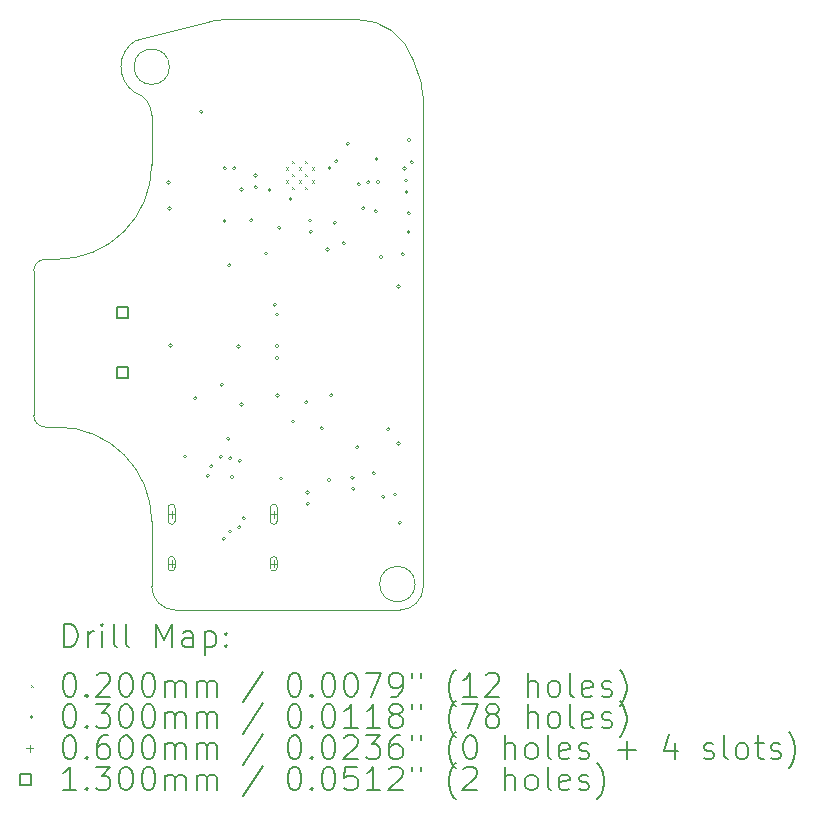
<source format=gbr>
%TF.GenerationSoftware,KiCad,Pcbnew,8.0.5*%
%TF.CreationDate,2024-12-27T02:30:04+01:00*%
%TF.ProjectId,walter_remix - C3v2,77616c74-6572-45f7-9265-6d6978202d20,rev?*%
%TF.SameCoordinates,Original*%
%TF.FileFunction,Drillmap*%
%TF.FilePolarity,Positive*%
%FSLAX45Y45*%
G04 Gerber Fmt 4.5, Leading zero omitted, Abs format (unit mm)*
G04 Created by KiCad (PCBNEW 8.0.5) date 2024-12-27 02:30:04*
%MOMM*%
%LPD*%
G01*
G04 APERTURE LIST*
%ADD10C,0.050000*%
%ADD11C,0.100000*%
%ADD12C,0.200000*%
%ADD13C,0.130000*%
G04 APERTURE END LIST*
D10*
X12600000Y-10150000D02*
G75*
G02*
X12500000Y-10050000I0J100000D01*
G01*
X12500000Y-8830000D02*
G75*
G02*
X12600000Y-8730000I100000J0D01*
G01*
X13499507Y-7929507D02*
G75*
G02*
X12699507Y-8729997I-799997J-493D01*
G01*
X12700000Y-10150000D02*
G75*
G02*
X13500000Y-10950000I0J-800000D01*
G01*
X12600000Y-10150000D02*
X12700000Y-10150000D01*
X12500000Y-8830000D02*
X12500000Y-10050000D01*
X12699507Y-8730000D02*
X12600000Y-8730000D01*
X13499249Y-7510000D02*
X13499507Y-7929507D01*
X13360000Y-7320000D02*
G75*
G02*
X13499249Y-7510000I-60000J-190000D01*
G01*
X14000096Y-6715229D02*
G75*
G02*
X14122557Y-6699999I122464J-484771D01*
G01*
X13650000Y-7100000D02*
G75*
G02*
X13350000Y-7100000I-150000J0D01*
G01*
X13350000Y-7100000D02*
G75*
G02*
X13650000Y-7100000I150000J0D01*
G01*
X14000096Y-6715229D02*
X13368606Y-6874754D01*
X13360000Y-7320000D02*
G75*
G02*
X13368606Y-6874754I140000J220000D01*
G01*
D11*
X15730000Y-11480000D02*
G75*
G02*
X15430000Y-11480000I-150000J0D01*
G01*
X15430000Y-11480000D02*
G75*
G02*
X15730000Y-11480000I150000J0D01*
G01*
D10*
X15800000Y-11500000D02*
G75*
G02*
X15600000Y-11700000I-200000J0D01*
G01*
X13700000Y-11700000D02*
G75*
G02*
X13500000Y-11500000I0J200000D01*
G01*
X15239620Y-6700000D02*
G75*
G02*
X15713962Y-7041886I0J-500000D01*
G01*
X15779473Y-7238420D02*
G75*
G02*
X15800000Y-7364911I-379473J-126490D01*
G01*
X15800000Y-7364911D02*
X15800000Y-11500000D01*
X15600000Y-11700000D02*
X13700000Y-11700000D01*
X15713962Y-7041886D02*
X15779473Y-7238420D01*
X14122557Y-6700000D02*
X15239620Y-6700000D01*
X13500000Y-11500000D02*
X13500000Y-10950000D01*
D12*
D11*
X14633500Y-7952500D02*
X14653500Y-7972500D01*
X14653500Y-7952500D02*
X14633500Y-7972500D01*
X14633500Y-8062500D02*
X14653500Y-8082500D01*
X14653500Y-8062500D02*
X14633500Y-8082500D01*
X14688500Y-7897500D02*
X14708500Y-7917500D01*
X14708500Y-7897500D02*
X14688500Y-7917500D01*
X14688500Y-8007500D02*
X14708500Y-8027500D01*
X14708500Y-8007500D02*
X14688500Y-8027500D01*
X14688500Y-8117500D02*
X14708500Y-8137500D01*
X14708500Y-8117500D02*
X14688500Y-8137500D01*
X14743500Y-7952500D02*
X14763500Y-7972500D01*
X14763500Y-7952500D02*
X14743500Y-7972500D01*
X14743500Y-8062500D02*
X14763500Y-8082500D01*
X14763500Y-8062500D02*
X14743500Y-8082500D01*
X14798500Y-7897500D02*
X14818500Y-7917500D01*
X14818500Y-7897500D02*
X14798500Y-7917500D01*
X14798500Y-8007500D02*
X14818500Y-8027500D01*
X14818500Y-8007500D02*
X14798500Y-8027500D01*
X14798500Y-8117500D02*
X14818500Y-8137500D01*
X14818500Y-8117500D02*
X14798500Y-8137500D01*
X14853500Y-7952500D02*
X14873500Y-7972500D01*
X14873500Y-7952500D02*
X14853500Y-7972500D01*
X14853500Y-8062500D02*
X14873500Y-8082500D01*
X14873500Y-8062500D02*
X14853500Y-8082500D01*
X13655000Y-8080000D02*
G75*
G02*
X13625000Y-8080000I-15000J0D01*
G01*
X13625000Y-8080000D02*
G75*
G02*
X13655000Y-8080000I15000J0D01*
G01*
X13665000Y-8300000D02*
G75*
G02*
X13635000Y-8300000I-15000J0D01*
G01*
X13635000Y-8300000D02*
G75*
G02*
X13665000Y-8300000I15000J0D01*
G01*
X13675000Y-9460000D02*
G75*
G02*
X13645000Y-9460000I-15000J0D01*
G01*
X13645000Y-9460000D02*
G75*
G02*
X13675000Y-9460000I15000J0D01*
G01*
X13795000Y-10400000D02*
G75*
G02*
X13765000Y-10400000I-15000J0D01*
G01*
X13765000Y-10400000D02*
G75*
G02*
X13795000Y-10400000I15000J0D01*
G01*
X13883000Y-9908000D02*
G75*
G02*
X13853000Y-9908000I-15000J0D01*
G01*
X13853000Y-9908000D02*
G75*
G02*
X13883000Y-9908000I15000J0D01*
G01*
X13935000Y-7480000D02*
G75*
G02*
X13905000Y-7480000I-15000J0D01*
G01*
X13905000Y-7480000D02*
G75*
G02*
X13935000Y-7480000I15000J0D01*
G01*
X13988500Y-10563970D02*
G75*
G02*
X13958500Y-10563970I-15000J0D01*
G01*
X13958500Y-10563970D02*
G75*
G02*
X13988500Y-10563970I15000J0D01*
G01*
X14019194Y-10484194D02*
G75*
G02*
X13989194Y-10484194I-15000J0D01*
G01*
X13989194Y-10484194D02*
G75*
G02*
X14019194Y-10484194I15000J0D01*
G01*
X14100000Y-10403388D02*
G75*
G02*
X14070000Y-10403388I-15000J0D01*
G01*
X14070000Y-10403388D02*
G75*
G02*
X14100000Y-10403388I15000J0D01*
G01*
X14108331Y-9791718D02*
G75*
G02*
X14078331Y-9791718I-15000J0D01*
G01*
X14078331Y-9791718D02*
G75*
G02*
X14108331Y-9791718I15000J0D01*
G01*
X14125053Y-11095988D02*
G75*
G02*
X14095053Y-11095988I-15000J0D01*
G01*
X14095053Y-11095988D02*
G75*
G02*
X14125053Y-11095988I15000J0D01*
G01*
X14130806Y-8405000D02*
G75*
G02*
X14100806Y-8405000I-15000J0D01*
G01*
X14100806Y-8405000D02*
G75*
G02*
X14130806Y-8405000I15000J0D01*
G01*
X14135000Y-7960000D02*
G75*
G02*
X14105000Y-7960000I-15000J0D01*
G01*
X14105000Y-7960000D02*
G75*
G02*
X14135000Y-7960000I15000J0D01*
G01*
X14165000Y-10250000D02*
G75*
G02*
X14135000Y-10250000I-15000J0D01*
G01*
X14135000Y-10250000D02*
G75*
G02*
X14165000Y-10250000I15000J0D01*
G01*
X14170000Y-8780356D02*
G75*
G02*
X14140000Y-8780356I-15000J0D01*
G01*
X14140000Y-8780356D02*
G75*
G02*
X14170000Y-8780356I15000J0D01*
G01*
X14177023Y-11034112D02*
G75*
G02*
X14147023Y-11034112I-15000J0D01*
G01*
X14147023Y-11034112D02*
G75*
G02*
X14177023Y-11034112I15000J0D01*
G01*
X14178996Y-10416024D02*
G75*
G02*
X14148996Y-10416024I-15000J0D01*
G01*
X14148996Y-10416024D02*
G75*
G02*
X14178996Y-10416024I15000J0D01*
G01*
X14195000Y-10575000D02*
G75*
G02*
X14165000Y-10575000I-15000J0D01*
G01*
X14165000Y-10575000D02*
G75*
G02*
X14195000Y-10575000I15000J0D01*
G01*
X14215000Y-7960000D02*
G75*
G02*
X14185000Y-7960000I-15000J0D01*
G01*
X14185000Y-7960000D02*
G75*
G02*
X14215000Y-7960000I15000J0D01*
G01*
X14250000Y-9470000D02*
G75*
G02*
X14220000Y-9470000I-15000J0D01*
G01*
X14220000Y-9470000D02*
G75*
G02*
X14250000Y-9470000I15000J0D01*
G01*
X14255000Y-11000000D02*
G75*
G02*
X14225000Y-11000000I-15000J0D01*
G01*
X14225000Y-11000000D02*
G75*
G02*
X14255000Y-11000000I15000J0D01*
G01*
X14262000Y-10435688D02*
G75*
G02*
X14232000Y-10435688I-15000J0D01*
G01*
X14232000Y-10435688D02*
G75*
G02*
X14262000Y-10435688I15000J0D01*
G01*
X14275000Y-8140000D02*
G75*
G02*
X14245000Y-8140000I-15000J0D01*
G01*
X14245000Y-8140000D02*
G75*
G02*
X14275000Y-8140000I15000J0D01*
G01*
X14275000Y-9960000D02*
G75*
G02*
X14245000Y-9960000I-15000J0D01*
G01*
X14245000Y-9960000D02*
G75*
G02*
X14275000Y-9960000I15000J0D01*
G01*
X14293532Y-10921369D02*
G75*
G02*
X14263532Y-10921369I-15000J0D01*
G01*
X14263532Y-10921369D02*
G75*
G02*
X14293532Y-10921369I15000J0D01*
G01*
X14357500Y-8400000D02*
G75*
G02*
X14327500Y-8400000I-15000J0D01*
G01*
X14327500Y-8400000D02*
G75*
G02*
X14357500Y-8400000I15000J0D01*
G01*
X14395000Y-8020000D02*
G75*
G02*
X14365000Y-8020000I-15000J0D01*
G01*
X14365000Y-8020000D02*
G75*
G02*
X14395000Y-8020000I15000J0D01*
G01*
X14395000Y-8120000D02*
G75*
G02*
X14365000Y-8120000I-15000J0D01*
G01*
X14365000Y-8120000D02*
G75*
G02*
X14395000Y-8120000I15000J0D01*
G01*
X14482500Y-8680000D02*
G75*
G02*
X14452500Y-8680000I-15000J0D01*
G01*
X14452500Y-8680000D02*
G75*
G02*
X14482500Y-8680000I15000J0D01*
G01*
X14512500Y-8142500D02*
G75*
G02*
X14482500Y-8142500I-15000J0D01*
G01*
X14482500Y-8142500D02*
G75*
G02*
X14512500Y-8142500I15000J0D01*
G01*
X14555000Y-9115000D02*
G75*
G02*
X14525000Y-9115000I-15000J0D01*
G01*
X14525000Y-9115000D02*
G75*
G02*
X14555000Y-9115000I15000J0D01*
G01*
X14575000Y-9197303D02*
G75*
G02*
X14545000Y-9197303I-15000J0D01*
G01*
X14545000Y-9197303D02*
G75*
G02*
X14575000Y-9197303I15000J0D01*
G01*
X14575000Y-9465000D02*
G75*
G02*
X14545000Y-9465000I-15000J0D01*
G01*
X14545000Y-9465000D02*
G75*
G02*
X14575000Y-9465000I15000J0D01*
G01*
X14575000Y-9566694D02*
G75*
G02*
X14545000Y-9566694I-15000J0D01*
G01*
X14545000Y-9566694D02*
G75*
G02*
X14575000Y-9566694I15000J0D01*
G01*
X14579556Y-9882500D02*
G75*
G02*
X14549556Y-9882500I-15000J0D01*
G01*
X14549556Y-9882500D02*
G75*
G02*
X14579556Y-9882500I15000J0D01*
G01*
X14595000Y-8462500D02*
G75*
G02*
X14565000Y-8462500I-15000J0D01*
G01*
X14565000Y-8462500D02*
G75*
G02*
X14595000Y-8462500I15000J0D01*
G01*
X14609099Y-10585000D02*
G75*
G02*
X14579099Y-10585000I-15000J0D01*
G01*
X14579099Y-10585000D02*
G75*
G02*
X14609099Y-10585000I15000J0D01*
G01*
X14690000Y-8220000D02*
G75*
G02*
X14660000Y-8220000I-15000J0D01*
G01*
X14660000Y-8220000D02*
G75*
G02*
X14690000Y-8220000I15000J0D01*
G01*
X14711834Y-10103166D02*
G75*
G02*
X14681834Y-10103166I-15000J0D01*
G01*
X14681834Y-10103166D02*
G75*
G02*
X14711834Y-10103166I15000J0D01*
G01*
X14822944Y-9942056D02*
G75*
G02*
X14792944Y-9942056I-15000J0D01*
G01*
X14792944Y-9942056D02*
G75*
G02*
X14822944Y-9942056I15000J0D01*
G01*
X14835000Y-10705000D02*
G75*
G02*
X14805000Y-10705000I-15000J0D01*
G01*
X14805000Y-10705000D02*
G75*
G02*
X14835000Y-10705000I15000J0D01*
G01*
X14835000Y-10800000D02*
G75*
G02*
X14805000Y-10800000I-15000J0D01*
G01*
X14805000Y-10800000D02*
G75*
G02*
X14835000Y-10800000I15000J0D01*
G01*
X14855000Y-8402500D02*
G75*
G02*
X14825000Y-8402500I-15000J0D01*
G01*
X14825000Y-8402500D02*
G75*
G02*
X14855000Y-8402500I15000J0D01*
G01*
X14861727Y-8497615D02*
G75*
G02*
X14831727Y-8497615I-15000J0D01*
G01*
X14831727Y-8497615D02*
G75*
G02*
X14861727Y-8497615I15000J0D01*
G01*
X14955000Y-10162500D02*
G75*
G02*
X14925000Y-10162500I-15000J0D01*
G01*
X14925000Y-10162500D02*
G75*
G02*
X14955000Y-10162500I15000J0D01*
G01*
X15002691Y-8647500D02*
G75*
G02*
X14972691Y-8647500I-15000J0D01*
G01*
X14972691Y-8647500D02*
G75*
G02*
X15002691Y-8647500I15000J0D01*
G01*
X15015000Y-10600000D02*
G75*
G02*
X14985000Y-10600000I-15000J0D01*
G01*
X14985000Y-10600000D02*
G75*
G02*
X15015000Y-10600000I15000J0D01*
G01*
X15019237Y-7957374D02*
G75*
G02*
X14989237Y-7957374I-15000J0D01*
G01*
X14989237Y-7957374D02*
G75*
G02*
X15019237Y-7957374I15000J0D01*
G01*
X15035000Y-9880000D02*
G75*
G02*
X15005000Y-9880000I-15000J0D01*
G01*
X15005000Y-9880000D02*
G75*
G02*
X15035000Y-9880000I15000J0D01*
G01*
X15064237Y-8420000D02*
G75*
G02*
X15034237Y-8420000I-15000J0D01*
G01*
X15034237Y-8420000D02*
G75*
G02*
X15064237Y-8420000I15000J0D01*
G01*
X15075806Y-7900806D02*
G75*
G02*
X15045806Y-7900806I-15000J0D01*
G01*
X15045806Y-7900806D02*
G75*
G02*
X15075806Y-7900806I15000J0D01*
G01*
X15141211Y-8595939D02*
G75*
G02*
X15111211Y-8595939I-15000J0D01*
G01*
X15111211Y-8595939D02*
G75*
G02*
X15141211Y-8595939I15000J0D01*
G01*
X15175000Y-7752500D02*
G75*
G02*
X15145000Y-7752500I-15000J0D01*
G01*
X15145000Y-7752500D02*
G75*
G02*
X15175000Y-7752500I15000J0D01*
G01*
X15215000Y-10580000D02*
G75*
G02*
X15185000Y-10580000I-15000J0D01*
G01*
X15185000Y-10580000D02*
G75*
G02*
X15215000Y-10580000I15000J0D01*
G01*
X15220806Y-10674194D02*
G75*
G02*
X15190806Y-10674194I-15000J0D01*
G01*
X15190806Y-10674194D02*
G75*
G02*
X15220806Y-10674194I15000J0D01*
G01*
X15255000Y-10320000D02*
G75*
G02*
X15225000Y-10320000I-15000J0D01*
G01*
X15225000Y-10320000D02*
G75*
G02*
X15255000Y-10320000I15000J0D01*
G01*
X15268514Y-8093514D02*
G75*
G02*
X15238514Y-8093514I-15000J0D01*
G01*
X15238514Y-8093514D02*
G75*
G02*
X15268514Y-8093514I15000J0D01*
G01*
X15306882Y-8297159D02*
G75*
G02*
X15276882Y-8297159I-15000J0D01*
G01*
X15276882Y-8297159D02*
G75*
G02*
X15306882Y-8297159I15000J0D01*
G01*
X15346911Y-8077579D02*
G75*
G02*
X15316911Y-8077579I-15000J0D01*
G01*
X15316911Y-8077579D02*
G75*
G02*
X15346911Y-8077579I15000J0D01*
G01*
X15395000Y-10540000D02*
G75*
G02*
X15365000Y-10540000I-15000J0D01*
G01*
X15365000Y-10540000D02*
G75*
G02*
X15395000Y-10540000I15000J0D01*
G01*
X15410000Y-8323388D02*
G75*
G02*
X15380000Y-8323388I-15000J0D01*
G01*
X15380000Y-8323388D02*
G75*
G02*
X15410000Y-8323388I15000J0D01*
G01*
X15417500Y-7880888D02*
G75*
G02*
X15387500Y-7880888I-15000J0D01*
G01*
X15387500Y-7880888D02*
G75*
G02*
X15417500Y-7880888I15000J0D01*
G01*
X15429625Y-8076775D02*
G75*
G02*
X15399625Y-8076775I-15000J0D01*
G01*
X15399625Y-8076775D02*
G75*
G02*
X15429625Y-8076775I15000J0D01*
G01*
X15455000Y-8710000D02*
G75*
G02*
X15425000Y-8710000I-15000J0D01*
G01*
X15425000Y-8710000D02*
G75*
G02*
X15455000Y-8710000I15000J0D01*
G01*
X15475000Y-10740000D02*
G75*
G02*
X15445000Y-10740000I-15000J0D01*
G01*
X15445000Y-10740000D02*
G75*
G02*
X15475000Y-10740000I15000J0D01*
G01*
X15517500Y-10169500D02*
G75*
G02*
X15487500Y-10169500I-15000J0D01*
G01*
X15487500Y-10169500D02*
G75*
G02*
X15517500Y-10169500I15000J0D01*
G01*
X15575000Y-10720000D02*
G75*
G02*
X15545000Y-10720000I-15000J0D01*
G01*
X15545000Y-10720000D02*
G75*
G02*
X15575000Y-10720000I15000J0D01*
G01*
X15603670Y-10290000D02*
G75*
G02*
X15573670Y-10290000I-15000J0D01*
G01*
X15573670Y-10290000D02*
G75*
G02*
X15603670Y-10290000I15000J0D01*
G01*
X15605000Y-8960000D02*
G75*
G02*
X15575000Y-8960000I-15000J0D01*
G01*
X15575000Y-8960000D02*
G75*
G02*
X15605000Y-8960000I15000J0D01*
G01*
X15615000Y-10960000D02*
G75*
G02*
X15585000Y-10960000I-15000J0D01*
G01*
X15585000Y-10960000D02*
G75*
G02*
X15615000Y-10960000I15000J0D01*
G01*
X15641070Y-8688924D02*
G75*
G02*
X15611070Y-8688924I-15000J0D01*
G01*
X15611070Y-8688924D02*
G75*
G02*
X15641070Y-8688924I15000J0D01*
G01*
X15655000Y-7960000D02*
G75*
G02*
X15625000Y-7960000I-15000J0D01*
G01*
X15625000Y-7960000D02*
G75*
G02*
X15655000Y-7960000I15000J0D01*
G01*
X15668562Y-8061950D02*
G75*
G02*
X15638562Y-8061950I-15000J0D01*
G01*
X15638562Y-8061950D02*
G75*
G02*
X15668562Y-8061950I15000J0D01*
G01*
X15672500Y-8160794D02*
G75*
G02*
X15642500Y-8160794I-15000J0D01*
G01*
X15642500Y-8160794D02*
G75*
G02*
X15672500Y-8160794I15000J0D01*
G01*
X15690000Y-8340000D02*
G75*
G02*
X15660000Y-8340000I-15000J0D01*
G01*
X15660000Y-8340000D02*
G75*
G02*
X15690000Y-8340000I15000J0D01*
G01*
X15690000Y-8500000D02*
G75*
G02*
X15660000Y-8500000I-15000J0D01*
G01*
X15660000Y-8500000D02*
G75*
G02*
X15690000Y-8500000I15000J0D01*
G01*
X15695000Y-7720000D02*
G75*
G02*
X15665000Y-7720000I-15000J0D01*
G01*
X15665000Y-7720000D02*
G75*
G02*
X15695000Y-7720000I15000J0D01*
G01*
X15716891Y-7909310D02*
G75*
G02*
X15686891Y-7909310I-15000J0D01*
G01*
X15686891Y-7909310D02*
G75*
G02*
X15716891Y-7909310I15000J0D01*
G01*
X13668000Y-10859500D02*
X13668000Y-10919500D01*
X13638000Y-10889500D02*
X13698000Y-10889500D01*
X13638000Y-10834500D02*
X13638000Y-10944500D01*
X13698000Y-10944500D02*
G75*
G02*
X13638000Y-10944500I-30000J0D01*
G01*
X13698000Y-10944500D02*
X13698000Y-10834500D01*
X13698000Y-10834500D02*
G75*
G03*
X13638000Y-10834500I-30000J0D01*
G01*
X13668000Y-11277500D02*
X13668000Y-11337500D01*
X13638000Y-11307500D02*
X13698000Y-11307500D01*
X13638000Y-11277500D02*
X13638000Y-11337500D01*
X13698000Y-11337500D02*
G75*
G02*
X13638000Y-11337500I-30000J0D01*
G01*
X13698000Y-11337500D02*
X13698000Y-11277500D01*
X13698000Y-11277500D02*
G75*
G03*
X13638000Y-11277500I-30000J0D01*
G01*
X14532000Y-10859500D02*
X14532000Y-10919500D01*
X14502000Y-10889500D02*
X14562000Y-10889500D01*
X14502000Y-10834500D02*
X14502000Y-10944500D01*
X14562000Y-10944500D02*
G75*
G02*
X14502000Y-10944500I-30000J0D01*
G01*
X14562000Y-10944500D02*
X14562000Y-10834500D01*
X14562000Y-10834500D02*
G75*
G03*
X14502000Y-10834500I-30000J0D01*
G01*
X14532000Y-11277500D02*
X14532000Y-11337500D01*
X14502000Y-11307500D02*
X14562000Y-11307500D01*
X14502000Y-11277500D02*
X14502000Y-11337500D01*
X14562000Y-11337500D02*
G75*
G02*
X14502000Y-11337500I-30000J0D01*
G01*
X14562000Y-11337500D02*
X14562000Y-11277500D01*
X14562000Y-11277500D02*
G75*
G03*
X14502000Y-11277500I-30000J0D01*
G01*
D13*
X13295962Y-9227962D02*
X13295962Y-9136038D01*
X13204038Y-9136038D01*
X13204038Y-9227962D01*
X13295962Y-9227962D01*
X13295962Y-9735962D02*
X13295962Y-9644038D01*
X13204038Y-9644038D01*
X13204038Y-9735962D01*
X13295962Y-9735962D01*
D12*
X12758277Y-12013984D02*
X12758277Y-11813984D01*
X12758277Y-11813984D02*
X12805896Y-11813984D01*
X12805896Y-11813984D02*
X12834467Y-11823508D01*
X12834467Y-11823508D02*
X12853515Y-11842555D01*
X12853515Y-11842555D02*
X12863039Y-11861603D01*
X12863039Y-11861603D02*
X12872562Y-11899698D01*
X12872562Y-11899698D02*
X12872562Y-11928269D01*
X12872562Y-11928269D02*
X12863039Y-11966365D01*
X12863039Y-11966365D02*
X12853515Y-11985412D01*
X12853515Y-11985412D02*
X12834467Y-12004460D01*
X12834467Y-12004460D02*
X12805896Y-12013984D01*
X12805896Y-12013984D02*
X12758277Y-12013984D01*
X12958277Y-12013984D02*
X12958277Y-11880650D01*
X12958277Y-11918746D02*
X12967801Y-11899698D01*
X12967801Y-11899698D02*
X12977324Y-11890174D01*
X12977324Y-11890174D02*
X12996372Y-11880650D01*
X12996372Y-11880650D02*
X13015420Y-11880650D01*
X13082086Y-12013984D02*
X13082086Y-11880650D01*
X13082086Y-11813984D02*
X13072562Y-11823508D01*
X13072562Y-11823508D02*
X13082086Y-11833031D01*
X13082086Y-11833031D02*
X13091610Y-11823508D01*
X13091610Y-11823508D02*
X13082086Y-11813984D01*
X13082086Y-11813984D02*
X13082086Y-11833031D01*
X13205896Y-12013984D02*
X13186848Y-12004460D01*
X13186848Y-12004460D02*
X13177324Y-11985412D01*
X13177324Y-11985412D02*
X13177324Y-11813984D01*
X13310658Y-12013984D02*
X13291610Y-12004460D01*
X13291610Y-12004460D02*
X13282086Y-11985412D01*
X13282086Y-11985412D02*
X13282086Y-11813984D01*
X13539229Y-12013984D02*
X13539229Y-11813984D01*
X13539229Y-11813984D02*
X13605896Y-11956841D01*
X13605896Y-11956841D02*
X13672562Y-11813984D01*
X13672562Y-11813984D02*
X13672562Y-12013984D01*
X13853515Y-12013984D02*
X13853515Y-11909222D01*
X13853515Y-11909222D02*
X13843991Y-11890174D01*
X13843991Y-11890174D02*
X13824943Y-11880650D01*
X13824943Y-11880650D02*
X13786848Y-11880650D01*
X13786848Y-11880650D02*
X13767801Y-11890174D01*
X13853515Y-12004460D02*
X13834467Y-12013984D01*
X13834467Y-12013984D02*
X13786848Y-12013984D01*
X13786848Y-12013984D02*
X13767801Y-12004460D01*
X13767801Y-12004460D02*
X13758277Y-11985412D01*
X13758277Y-11985412D02*
X13758277Y-11966365D01*
X13758277Y-11966365D02*
X13767801Y-11947317D01*
X13767801Y-11947317D02*
X13786848Y-11937793D01*
X13786848Y-11937793D02*
X13834467Y-11937793D01*
X13834467Y-11937793D02*
X13853515Y-11928269D01*
X13948753Y-11880650D02*
X13948753Y-12080650D01*
X13948753Y-11890174D02*
X13967801Y-11880650D01*
X13967801Y-11880650D02*
X14005896Y-11880650D01*
X14005896Y-11880650D02*
X14024943Y-11890174D01*
X14024943Y-11890174D02*
X14034467Y-11899698D01*
X14034467Y-11899698D02*
X14043991Y-11918746D01*
X14043991Y-11918746D02*
X14043991Y-11975888D01*
X14043991Y-11975888D02*
X14034467Y-11994936D01*
X14034467Y-11994936D02*
X14024943Y-12004460D01*
X14024943Y-12004460D02*
X14005896Y-12013984D01*
X14005896Y-12013984D02*
X13967801Y-12013984D01*
X13967801Y-12013984D02*
X13948753Y-12004460D01*
X14129705Y-11994936D02*
X14139229Y-12004460D01*
X14139229Y-12004460D02*
X14129705Y-12013984D01*
X14129705Y-12013984D02*
X14120182Y-12004460D01*
X14120182Y-12004460D02*
X14129705Y-11994936D01*
X14129705Y-11994936D02*
X14129705Y-12013984D01*
X14129705Y-11890174D02*
X14139229Y-11899698D01*
X14139229Y-11899698D02*
X14129705Y-11909222D01*
X14129705Y-11909222D02*
X14120182Y-11899698D01*
X14120182Y-11899698D02*
X14129705Y-11890174D01*
X14129705Y-11890174D02*
X14129705Y-11909222D01*
D11*
X12477500Y-12332500D02*
X12497500Y-12352500D01*
X12497500Y-12332500D02*
X12477500Y-12352500D01*
D12*
X12796372Y-12233984D02*
X12815420Y-12233984D01*
X12815420Y-12233984D02*
X12834467Y-12243508D01*
X12834467Y-12243508D02*
X12843991Y-12253031D01*
X12843991Y-12253031D02*
X12853515Y-12272079D01*
X12853515Y-12272079D02*
X12863039Y-12310174D01*
X12863039Y-12310174D02*
X12863039Y-12357793D01*
X12863039Y-12357793D02*
X12853515Y-12395888D01*
X12853515Y-12395888D02*
X12843991Y-12414936D01*
X12843991Y-12414936D02*
X12834467Y-12424460D01*
X12834467Y-12424460D02*
X12815420Y-12433984D01*
X12815420Y-12433984D02*
X12796372Y-12433984D01*
X12796372Y-12433984D02*
X12777324Y-12424460D01*
X12777324Y-12424460D02*
X12767801Y-12414936D01*
X12767801Y-12414936D02*
X12758277Y-12395888D01*
X12758277Y-12395888D02*
X12748753Y-12357793D01*
X12748753Y-12357793D02*
X12748753Y-12310174D01*
X12748753Y-12310174D02*
X12758277Y-12272079D01*
X12758277Y-12272079D02*
X12767801Y-12253031D01*
X12767801Y-12253031D02*
X12777324Y-12243508D01*
X12777324Y-12243508D02*
X12796372Y-12233984D01*
X12948753Y-12414936D02*
X12958277Y-12424460D01*
X12958277Y-12424460D02*
X12948753Y-12433984D01*
X12948753Y-12433984D02*
X12939229Y-12424460D01*
X12939229Y-12424460D02*
X12948753Y-12414936D01*
X12948753Y-12414936D02*
X12948753Y-12433984D01*
X13034467Y-12253031D02*
X13043991Y-12243508D01*
X13043991Y-12243508D02*
X13063039Y-12233984D01*
X13063039Y-12233984D02*
X13110658Y-12233984D01*
X13110658Y-12233984D02*
X13129705Y-12243508D01*
X13129705Y-12243508D02*
X13139229Y-12253031D01*
X13139229Y-12253031D02*
X13148753Y-12272079D01*
X13148753Y-12272079D02*
X13148753Y-12291127D01*
X13148753Y-12291127D02*
X13139229Y-12319698D01*
X13139229Y-12319698D02*
X13024943Y-12433984D01*
X13024943Y-12433984D02*
X13148753Y-12433984D01*
X13272562Y-12233984D02*
X13291610Y-12233984D01*
X13291610Y-12233984D02*
X13310658Y-12243508D01*
X13310658Y-12243508D02*
X13320182Y-12253031D01*
X13320182Y-12253031D02*
X13329705Y-12272079D01*
X13329705Y-12272079D02*
X13339229Y-12310174D01*
X13339229Y-12310174D02*
X13339229Y-12357793D01*
X13339229Y-12357793D02*
X13329705Y-12395888D01*
X13329705Y-12395888D02*
X13320182Y-12414936D01*
X13320182Y-12414936D02*
X13310658Y-12424460D01*
X13310658Y-12424460D02*
X13291610Y-12433984D01*
X13291610Y-12433984D02*
X13272562Y-12433984D01*
X13272562Y-12433984D02*
X13253515Y-12424460D01*
X13253515Y-12424460D02*
X13243991Y-12414936D01*
X13243991Y-12414936D02*
X13234467Y-12395888D01*
X13234467Y-12395888D02*
X13224943Y-12357793D01*
X13224943Y-12357793D02*
X13224943Y-12310174D01*
X13224943Y-12310174D02*
X13234467Y-12272079D01*
X13234467Y-12272079D02*
X13243991Y-12253031D01*
X13243991Y-12253031D02*
X13253515Y-12243508D01*
X13253515Y-12243508D02*
X13272562Y-12233984D01*
X13463039Y-12233984D02*
X13482086Y-12233984D01*
X13482086Y-12233984D02*
X13501134Y-12243508D01*
X13501134Y-12243508D02*
X13510658Y-12253031D01*
X13510658Y-12253031D02*
X13520182Y-12272079D01*
X13520182Y-12272079D02*
X13529705Y-12310174D01*
X13529705Y-12310174D02*
X13529705Y-12357793D01*
X13529705Y-12357793D02*
X13520182Y-12395888D01*
X13520182Y-12395888D02*
X13510658Y-12414936D01*
X13510658Y-12414936D02*
X13501134Y-12424460D01*
X13501134Y-12424460D02*
X13482086Y-12433984D01*
X13482086Y-12433984D02*
X13463039Y-12433984D01*
X13463039Y-12433984D02*
X13443991Y-12424460D01*
X13443991Y-12424460D02*
X13434467Y-12414936D01*
X13434467Y-12414936D02*
X13424943Y-12395888D01*
X13424943Y-12395888D02*
X13415420Y-12357793D01*
X13415420Y-12357793D02*
X13415420Y-12310174D01*
X13415420Y-12310174D02*
X13424943Y-12272079D01*
X13424943Y-12272079D02*
X13434467Y-12253031D01*
X13434467Y-12253031D02*
X13443991Y-12243508D01*
X13443991Y-12243508D02*
X13463039Y-12233984D01*
X13615420Y-12433984D02*
X13615420Y-12300650D01*
X13615420Y-12319698D02*
X13624943Y-12310174D01*
X13624943Y-12310174D02*
X13643991Y-12300650D01*
X13643991Y-12300650D02*
X13672563Y-12300650D01*
X13672563Y-12300650D02*
X13691610Y-12310174D01*
X13691610Y-12310174D02*
X13701134Y-12329222D01*
X13701134Y-12329222D02*
X13701134Y-12433984D01*
X13701134Y-12329222D02*
X13710658Y-12310174D01*
X13710658Y-12310174D02*
X13729705Y-12300650D01*
X13729705Y-12300650D02*
X13758277Y-12300650D01*
X13758277Y-12300650D02*
X13777324Y-12310174D01*
X13777324Y-12310174D02*
X13786848Y-12329222D01*
X13786848Y-12329222D02*
X13786848Y-12433984D01*
X13882086Y-12433984D02*
X13882086Y-12300650D01*
X13882086Y-12319698D02*
X13891610Y-12310174D01*
X13891610Y-12310174D02*
X13910658Y-12300650D01*
X13910658Y-12300650D02*
X13939229Y-12300650D01*
X13939229Y-12300650D02*
X13958277Y-12310174D01*
X13958277Y-12310174D02*
X13967801Y-12329222D01*
X13967801Y-12329222D02*
X13967801Y-12433984D01*
X13967801Y-12329222D02*
X13977324Y-12310174D01*
X13977324Y-12310174D02*
X13996372Y-12300650D01*
X13996372Y-12300650D02*
X14024943Y-12300650D01*
X14024943Y-12300650D02*
X14043991Y-12310174D01*
X14043991Y-12310174D02*
X14053515Y-12329222D01*
X14053515Y-12329222D02*
X14053515Y-12433984D01*
X14443991Y-12224460D02*
X14272563Y-12481603D01*
X14701134Y-12233984D02*
X14720182Y-12233984D01*
X14720182Y-12233984D02*
X14739229Y-12243508D01*
X14739229Y-12243508D02*
X14748753Y-12253031D01*
X14748753Y-12253031D02*
X14758277Y-12272079D01*
X14758277Y-12272079D02*
X14767801Y-12310174D01*
X14767801Y-12310174D02*
X14767801Y-12357793D01*
X14767801Y-12357793D02*
X14758277Y-12395888D01*
X14758277Y-12395888D02*
X14748753Y-12414936D01*
X14748753Y-12414936D02*
X14739229Y-12424460D01*
X14739229Y-12424460D02*
X14720182Y-12433984D01*
X14720182Y-12433984D02*
X14701134Y-12433984D01*
X14701134Y-12433984D02*
X14682086Y-12424460D01*
X14682086Y-12424460D02*
X14672563Y-12414936D01*
X14672563Y-12414936D02*
X14663039Y-12395888D01*
X14663039Y-12395888D02*
X14653515Y-12357793D01*
X14653515Y-12357793D02*
X14653515Y-12310174D01*
X14653515Y-12310174D02*
X14663039Y-12272079D01*
X14663039Y-12272079D02*
X14672563Y-12253031D01*
X14672563Y-12253031D02*
X14682086Y-12243508D01*
X14682086Y-12243508D02*
X14701134Y-12233984D01*
X14853515Y-12414936D02*
X14863039Y-12424460D01*
X14863039Y-12424460D02*
X14853515Y-12433984D01*
X14853515Y-12433984D02*
X14843991Y-12424460D01*
X14843991Y-12424460D02*
X14853515Y-12414936D01*
X14853515Y-12414936D02*
X14853515Y-12433984D01*
X14986848Y-12233984D02*
X15005896Y-12233984D01*
X15005896Y-12233984D02*
X15024944Y-12243508D01*
X15024944Y-12243508D02*
X15034467Y-12253031D01*
X15034467Y-12253031D02*
X15043991Y-12272079D01*
X15043991Y-12272079D02*
X15053515Y-12310174D01*
X15053515Y-12310174D02*
X15053515Y-12357793D01*
X15053515Y-12357793D02*
X15043991Y-12395888D01*
X15043991Y-12395888D02*
X15034467Y-12414936D01*
X15034467Y-12414936D02*
X15024944Y-12424460D01*
X15024944Y-12424460D02*
X15005896Y-12433984D01*
X15005896Y-12433984D02*
X14986848Y-12433984D01*
X14986848Y-12433984D02*
X14967801Y-12424460D01*
X14967801Y-12424460D02*
X14958277Y-12414936D01*
X14958277Y-12414936D02*
X14948753Y-12395888D01*
X14948753Y-12395888D02*
X14939229Y-12357793D01*
X14939229Y-12357793D02*
X14939229Y-12310174D01*
X14939229Y-12310174D02*
X14948753Y-12272079D01*
X14948753Y-12272079D02*
X14958277Y-12253031D01*
X14958277Y-12253031D02*
X14967801Y-12243508D01*
X14967801Y-12243508D02*
X14986848Y-12233984D01*
X15177325Y-12233984D02*
X15196372Y-12233984D01*
X15196372Y-12233984D02*
X15215420Y-12243508D01*
X15215420Y-12243508D02*
X15224944Y-12253031D01*
X15224944Y-12253031D02*
X15234467Y-12272079D01*
X15234467Y-12272079D02*
X15243991Y-12310174D01*
X15243991Y-12310174D02*
X15243991Y-12357793D01*
X15243991Y-12357793D02*
X15234467Y-12395888D01*
X15234467Y-12395888D02*
X15224944Y-12414936D01*
X15224944Y-12414936D02*
X15215420Y-12424460D01*
X15215420Y-12424460D02*
X15196372Y-12433984D01*
X15196372Y-12433984D02*
X15177325Y-12433984D01*
X15177325Y-12433984D02*
X15158277Y-12424460D01*
X15158277Y-12424460D02*
X15148753Y-12414936D01*
X15148753Y-12414936D02*
X15139229Y-12395888D01*
X15139229Y-12395888D02*
X15129706Y-12357793D01*
X15129706Y-12357793D02*
X15129706Y-12310174D01*
X15129706Y-12310174D02*
X15139229Y-12272079D01*
X15139229Y-12272079D02*
X15148753Y-12253031D01*
X15148753Y-12253031D02*
X15158277Y-12243508D01*
X15158277Y-12243508D02*
X15177325Y-12233984D01*
X15310658Y-12233984D02*
X15443991Y-12233984D01*
X15443991Y-12233984D02*
X15358277Y-12433984D01*
X15529706Y-12433984D02*
X15567801Y-12433984D01*
X15567801Y-12433984D02*
X15586848Y-12424460D01*
X15586848Y-12424460D02*
X15596372Y-12414936D01*
X15596372Y-12414936D02*
X15615420Y-12386365D01*
X15615420Y-12386365D02*
X15624944Y-12348269D01*
X15624944Y-12348269D02*
X15624944Y-12272079D01*
X15624944Y-12272079D02*
X15615420Y-12253031D01*
X15615420Y-12253031D02*
X15605896Y-12243508D01*
X15605896Y-12243508D02*
X15586848Y-12233984D01*
X15586848Y-12233984D02*
X15548753Y-12233984D01*
X15548753Y-12233984D02*
X15529706Y-12243508D01*
X15529706Y-12243508D02*
X15520182Y-12253031D01*
X15520182Y-12253031D02*
X15510658Y-12272079D01*
X15510658Y-12272079D02*
X15510658Y-12319698D01*
X15510658Y-12319698D02*
X15520182Y-12338746D01*
X15520182Y-12338746D02*
X15529706Y-12348269D01*
X15529706Y-12348269D02*
X15548753Y-12357793D01*
X15548753Y-12357793D02*
X15586848Y-12357793D01*
X15586848Y-12357793D02*
X15605896Y-12348269D01*
X15605896Y-12348269D02*
X15615420Y-12338746D01*
X15615420Y-12338746D02*
X15624944Y-12319698D01*
X15701134Y-12233984D02*
X15701134Y-12272079D01*
X15777325Y-12233984D02*
X15777325Y-12272079D01*
X16072563Y-12510174D02*
X16063039Y-12500650D01*
X16063039Y-12500650D02*
X16043991Y-12472079D01*
X16043991Y-12472079D02*
X16034468Y-12453031D01*
X16034468Y-12453031D02*
X16024944Y-12424460D01*
X16024944Y-12424460D02*
X16015420Y-12376841D01*
X16015420Y-12376841D02*
X16015420Y-12338746D01*
X16015420Y-12338746D02*
X16024944Y-12291127D01*
X16024944Y-12291127D02*
X16034468Y-12262555D01*
X16034468Y-12262555D02*
X16043991Y-12243508D01*
X16043991Y-12243508D02*
X16063039Y-12214936D01*
X16063039Y-12214936D02*
X16072563Y-12205412D01*
X16253515Y-12433984D02*
X16139229Y-12433984D01*
X16196372Y-12433984D02*
X16196372Y-12233984D01*
X16196372Y-12233984D02*
X16177325Y-12262555D01*
X16177325Y-12262555D02*
X16158277Y-12281603D01*
X16158277Y-12281603D02*
X16139229Y-12291127D01*
X16329706Y-12253031D02*
X16339229Y-12243508D01*
X16339229Y-12243508D02*
X16358277Y-12233984D01*
X16358277Y-12233984D02*
X16405896Y-12233984D01*
X16405896Y-12233984D02*
X16424944Y-12243508D01*
X16424944Y-12243508D02*
X16434468Y-12253031D01*
X16434468Y-12253031D02*
X16443991Y-12272079D01*
X16443991Y-12272079D02*
X16443991Y-12291127D01*
X16443991Y-12291127D02*
X16434468Y-12319698D01*
X16434468Y-12319698D02*
X16320182Y-12433984D01*
X16320182Y-12433984D02*
X16443991Y-12433984D01*
X16682087Y-12433984D02*
X16682087Y-12233984D01*
X16767801Y-12433984D02*
X16767801Y-12329222D01*
X16767801Y-12329222D02*
X16758277Y-12310174D01*
X16758277Y-12310174D02*
X16739230Y-12300650D01*
X16739230Y-12300650D02*
X16710658Y-12300650D01*
X16710658Y-12300650D02*
X16691610Y-12310174D01*
X16691610Y-12310174D02*
X16682087Y-12319698D01*
X16891611Y-12433984D02*
X16872563Y-12424460D01*
X16872563Y-12424460D02*
X16863039Y-12414936D01*
X16863039Y-12414936D02*
X16853515Y-12395888D01*
X16853515Y-12395888D02*
X16853515Y-12338746D01*
X16853515Y-12338746D02*
X16863039Y-12319698D01*
X16863039Y-12319698D02*
X16872563Y-12310174D01*
X16872563Y-12310174D02*
X16891611Y-12300650D01*
X16891611Y-12300650D02*
X16920182Y-12300650D01*
X16920182Y-12300650D02*
X16939230Y-12310174D01*
X16939230Y-12310174D02*
X16948753Y-12319698D01*
X16948753Y-12319698D02*
X16958277Y-12338746D01*
X16958277Y-12338746D02*
X16958277Y-12395888D01*
X16958277Y-12395888D02*
X16948753Y-12414936D01*
X16948753Y-12414936D02*
X16939230Y-12424460D01*
X16939230Y-12424460D02*
X16920182Y-12433984D01*
X16920182Y-12433984D02*
X16891611Y-12433984D01*
X17072563Y-12433984D02*
X17053515Y-12424460D01*
X17053515Y-12424460D02*
X17043992Y-12405412D01*
X17043992Y-12405412D02*
X17043992Y-12233984D01*
X17224944Y-12424460D02*
X17205896Y-12433984D01*
X17205896Y-12433984D02*
X17167801Y-12433984D01*
X17167801Y-12433984D02*
X17148753Y-12424460D01*
X17148753Y-12424460D02*
X17139230Y-12405412D01*
X17139230Y-12405412D02*
X17139230Y-12329222D01*
X17139230Y-12329222D02*
X17148753Y-12310174D01*
X17148753Y-12310174D02*
X17167801Y-12300650D01*
X17167801Y-12300650D02*
X17205896Y-12300650D01*
X17205896Y-12300650D02*
X17224944Y-12310174D01*
X17224944Y-12310174D02*
X17234468Y-12329222D01*
X17234468Y-12329222D02*
X17234468Y-12348269D01*
X17234468Y-12348269D02*
X17139230Y-12367317D01*
X17310658Y-12424460D02*
X17329706Y-12433984D01*
X17329706Y-12433984D02*
X17367801Y-12433984D01*
X17367801Y-12433984D02*
X17386849Y-12424460D01*
X17386849Y-12424460D02*
X17396373Y-12405412D01*
X17396373Y-12405412D02*
X17396373Y-12395888D01*
X17396373Y-12395888D02*
X17386849Y-12376841D01*
X17386849Y-12376841D02*
X17367801Y-12367317D01*
X17367801Y-12367317D02*
X17339230Y-12367317D01*
X17339230Y-12367317D02*
X17320182Y-12357793D01*
X17320182Y-12357793D02*
X17310658Y-12338746D01*
X17310658Y-12338746D02*
X17310658Y-12329222D01*
X17310658Y-12329222D02*
X17320182Y-12310174D01*
X17320182Y-12310174D02*
X17339230Y-12300650D01*
X17339230Y-12300650D02*
X17367801Y-12300650D01*
X17367801Y-12300650D02*
X17386849Y-12310174D01*
X17463039Y-12510174D02*
X17472563Y-12500650D01*
X17472563Y-12500650D02*
X17491611Y-12472079D01*
X17491611Y-12472079D02*
X17501134Y-12453031D01*
X17501134Y-12453031D02*
X17510658Y-12424460D01*
X17510658Y-12424460D02*
X17520182Y-12376841D01*
X17520182Y-12376841D02*
X17520182Y-12338746D01*
X17520182Y-12338746D02*
X17510658Y-12291127D01*
X17510658Y-12291127D02*
X17501134Y-12262555D01*
X17501134Y-12262555D02*
X17491611Y-12243508D01*
X17491611Y-12243508D02*
X17472563Y-12214936D01*
X17472563Y-12214936D02*
X17463039Y-12205412D01*
D11*
X12497500Y-12606500D02*
G75*
G02*
X12467500Y-12606500I-15000J0D01*
G01*
X12467500Y-12606500D02*
G75*
G02*
X12497500Y-12606500I15000J0D01*
G01*
D12*
X12796372Y-12497984D02*
X12815420Y-12497984D01*
X12815420Y-12497984D02*
X12834467Y-12507508D01*
X12834467Y-12507508D02*
X12843991Y-12517031D01*
X12843991Y-12517031D02*
X12853515Y-12536079D01*
X12853515Y-12536079D02*
X12863039Y-12574174D01*
X12863039Y-12574174D02*
X12863039Y-12621793D01*
X12863039Y-12621793D02*
X12853515Y-12659888D01*
X12853515Y-12659888D02*
X12843991Y-12678936D01*
X12843991Y-12678936D02*
X12834467Y-12688460D01*
X12834467Y-12688460D02*
X12815420Y-12697984D01*
X12815420Y-12697984D02*
X12796372Y-12697984D01*
X12796372Y-12697984D02*
X12777324Y-12688460D01*
X12777324Y-12688460D02*
X12767801Y-12678936D01*
X12767801Y-12678936D02*
X12758277Y-12659888D01*
X12758277Y-12659888D02*
X12748753Y-12621793D01*
X12748753Y-12621793D02*
X12748753Y-12574174D01*
X12748753Y-12574174D02*
X12758277Y-12536079D01*
X12758277Y-12536079D02*
X12767801Y-12517031D01*
X12767801Y-12517031D02*
X12777324Y-12507508D01*
X12777324Y-12507508D02*
X12796372Y-12497984D01*
X12948753Y-12678936D02*
X12958277Y-12688460D01*
X12958277Y-12688460D02*
X12948753Y-12697984D01*
X12948753Y-12697984D02*
X12939229Y-12688460D01*
X12939229Y-12688460D02*
X12948753Y-12678936D01*
X12948753Y-12678936D02*
X12948753Y-12697984D01*
X13024943Y-12497984D02*
X13148753Y-12497984D01*
X13148753Y-12497984D02*
X13082086Y-12574174D01*
X13082086Y-12574174D02*
X13110658Y-12574174D01*
X13110658Y-12574174D02*
X13129705Y-12583698D01*
X13129705Y-12583698D02*
X13139229Y-12593222D01*
X13139229Y-12593222D02*
X13148753Y-12612269D01*
X13148753Y-12612269D02*
X13148753Y-12659888D01*
X13148753Y-12659888D02*
X13139229Y-12678936D01*
X13139229Y-12678936D02*
X13129705Y-12688460D01*
X13129705Y-12688460D02*
X13110658Y-12697984D01*
X13110658Y-12697984D02*
X13053515Y-12697984D01*
X13053515Y-12697984D02*
X13034467Y-12688460D01*
X13034467Y-12688460D02*
X13024943Y-12678936D01*
X13272562Y-12497984D02*
X13291610Y-12497984D01*
X13291610Y-12497984D02*
X13310658Y-12507508D01*
X13310658Y-12507508D02*
X13320182Y-12517031D01*
X13320182Y-12517031D02*
X13329705Y-12536079D01*
X13329705Y-12536079D02*
X13339229Y-12574174D01*
X13339229Y-12574174D02*
X13339229Y-12621793D01*
X13339229Y-12621793D02*
X13329705Y-12659888D01*
X13329705Y-12659888D02*
X13320182Y-12678936D01*
X13320182Y-12678936D02*
X13310658Y-12688460D01*
X13310658Y-12688460D02*
X13291610Y-12697984D01*
X13291610Y-12697984D02*
X13272562Y-12697984D01*
X13272562Y-12697984D02*
X13253515Y-12688460D01*
X13253515Y-12688460D02*
X13243991Y-12678936D01*
X13243991Y-12678936D02*
X13234467Y-12659888D01*
X13234467Y-12659888D02*
X13224943Y-12621793D01*
X13224943Y-12621793D02*
X13224943Y-12574174D01*
X13224943Y-12574174D02*
X13234467Y-12536079D01*
X13234467Y-12536079D02*
X13243991Y-12517031D01*
X13243991Y-12517031D02*
X13253515Y-12507508D01*
X13253515Y-12507508D02*
X13272562Y-12497984D01*
X13463039Y-12497984D02*
X13482086Y-12497984D01*
X13482086Y-12497984D02*
X13501134Y-12507508D01*
X13501134Y-12507508D02*
X13510658Y-12517031D01*
X13510658Y-12517031D02*
X13520182Y-12536079D01*
X13520182Y-12536079D02*
X13529705Y-12574174D01*
X13529705Y-12574174D02*
X13529705Y-12621793D01*
X13529705Y-12621793D02*
X13520182Y-12659888D01*
X13520182Y-12659888D02*
X13510658Y-12678936D01*
X13510658Y-12678936D02*
X13501134Y-12688460D01*
X13501134Y-12688460D02*
X13482086Y-12697984D01*
X13482086Y-12697984D02*
X13463039Y-12697984D01*
X13463039Y-12697984D02*
X13443991Y-12688460D01*
X13443991Y-12688460D02*
X13434467Y-12678936D01*
X13434467Y-12678936D02*
X13424943Y-12659888D01*
X13424943Y-12659888D02*
X13415420Y-12621793D01*
X13415420Y-12621793D02*
X13415420Y-12574174D01*
X13415420Y-12574174D02*
X13424943Y-12536079D01*
X13424943Y-12536079D02*
X13434467Y-12517031D01*
X13434467Y-12517031D02*
X13443991Y-12507508D01*
X13443991Y-12507508D02*
X13463039Y-12497984D01*
X13615420Y-12697984D02*
X13615420Y-12564650D01*
X13615420Y-12583698D02*
X13624943Y-12574174D01*
X13624943Y-12574174D02*
X13643991Y-12564650D01*
X13643991Y-12564650D02*
X13672563Y-12564650D01*
X13672563Y-12564650D02*
X13691610Y-12574174D01*
X13691610Y-12574174D02*
X13701134Y-12593222D01*
X13701134Y-12593222D02*
X13701134Y-12697984D01*
X13701134Y-12593222D02*
X13710658Y-12574174D01*
X13710658Y-12574174D02*
X13729705Y-12564650D01*
X13729705Y-12564650D02*
X13758277Y-12564650D01*
X13758277Y-12564650D02*
X13777324Y-12574174D01*
X13777324Y-12574174D02*
X13786848Y-12593222D01*
X13786848Y-12593222D02*
X13786848Y-12697984D01*
X13882086Y-12697984D02*
X13882086Y-12564650D01*
X13882086Y-12583698D02*
X13891610Y-12574174D01*
X13891610Y-12574174D02*
X13910658Y-12564650D01*
X13910658Y-12564650D02*
X13939229Y-12564650D01*
X13939229Y-12564650D02*
X13958277Y-12574174D01*
X13958277Y-12574174D02*
X13967801Y-12593222D01*
X13967801Y-12593222D02*
X13967801Y-12697984D01*
X13967801Y-12593222D02*
X13977324Y-12574174D01*
X13977324Y-12574174D02*
X13996372Y-12564650D01*
X13996372Y-12564650D02*
X14024943Y-12564650D01*
X14024943Y-12564650D02*
X14043991Y-12574174D01*
X14043991Y-12574174D02*
X14053515Y-12593222D01*
X14053515Y-12593222D02*
X14053515Y-12697984D01*
X14443991Y-12488460D02*
X14272563Y-12745603D01*
X14701134Y-12497984D02*
X14720182Y-12497984D01*
X14720182Y-12497984D02*
X14739229Y-12507508D01*
X14739229Y-12507508D02*
X14748753Y-12517031D01*
X14748753Y-12517031D02*
X14758277Y-12536079D01*
X14758277Y-12536079D02*
X14767801Y-12574174D01*
X14767801Y-12574174D02*
X14767801Y-12621793D01*
X14767801Y-12621793D02*
X14758277Y-12659888D01*
X14758277Y-12659888D02*
X14748753Y-12678936D01*
X14748753Y-12678936D02*
X14739229Y-12688460D01*
X14739229Y-12688460D02*
X14720182Y-12697984D01*
X14720182Y-12697984D02*
X14701134Y-12697984D01*
X14701134Y-12697984D02*
X14682086Y-12688460D01*
X14682086Y-12688460D02*
X14672563Y-12678936D01*
X14672563Y-12678936D02*
X14663039Y-12659888D01*
X14663039Y-12659888D02*
X14653515Y-12621793D01*
X14653515Y-12621793D02*
X14653515Y-12574174D01*
X14653515Y-12574174D02*
X14663039Y-12536079D01*
X14663039Y-12536079D02*
X14672563Y-12517031D01*
X14672563Y-12517031D02*
X14682086Y-12507508D01*
X14682086Y-12507508D02*
X14701134Y-12497984D01*
X14853515Y-12678936D02*
X14863039Y-12688460D01*
X14863039Y-12688460D02*
X14853515Y-12697984D01*
X14853515Y-12697984D02*
X14843991Y-12688460D01*
X14843991Y-12688460D02*
X14853515Y-12678936D01*
X14853515Y-12678936D02*
X14853515Y-12697984D01*
X14986848Y-12497984D02*
X15005896Y-12497984D01*
X15005896Y-12497984D02*
X15024944Y-12507508D01*
X15024944Y-12507508D02*
X15034467Y-12517031D01*
X15034467Y-12517031D02*
X15043991Y-12536079D01*
X15043991Y-12536079D02*
X15053515Y-12574174D01*
X15053515Y-12574174D02*
X15053515Y-12621793D01*
X15053515Y-12621793D02*
X15043991Y-12659888D01*
X15043991Y-12659888D02*
X15034467Y-12678936D01*
X15034467Y-12678936D02*
X15024944Y-12688460D01*
X15024944Y-12688460D02*
X15005896Y-12697984D01*
X15005896Y-12697984D02*
X14986848Y-12697984D01*
X14986848Y-12697984D02*
X14967801Y-12688460D01*
X14967801Y-12688460D02*
X14958277Y-12678936D01*
X14958277Y-12678936D02*
X14948753Y-12659888D01*
X14948753Y-12659888D02*
X14939229Y-12621793D01*
X14939229Y-12621793D02*
X14939229Y-12574174D01*
X14939229Y-12574174D02*
X14948753Y-12536079D01*
X14948753Y-12536079D02*
X14958277Y-12517031D01*
X14958277Y-12517031D02*
X14967801Y-12507508D01*
X14967801Y-12507508D02*
X14986848Y-12497984D01*
X15243991Y-12697984D02*
X15129706Y-12697984D01*
X15186848Y-12697984D02*
X15186848Y-12497984D01*
X15186848Y-12497984D02*
X15167801Y-12526555D01*
X15167801Y-12526555D02*
X15148753Y-12545603D01*
X15148753Y-12545603D02*
X15129706Y-12555127D01*
X15434467Y-12697984D02*
X15320182Y-12697984D01*
X15377325Y-12697984D02*
X15377325Y-12497984D01*
X15377325Y-12497984D02*
X15358277Y-12526555D01*
X15358277Y-12526555D02*
X15339229Y-12545603D01*
X15339229Y-12545603D02*
X15320182Y-12555127D01*
X15548753Y-12583698D02*
X15529706Y-12574174D01*
X15529706Y-12574174D02*
X15520182Y-12564650D01*
X15520182Y-12564650D02*
X15510658Y-12545603D01*
X15510658Y-12545603D02*
X15510658Y-12536079D01*
X15510658Y-12536079D02*
X15520182Y-12517031D01*
X15520182Y-12517031D02*
X15529706Y-12507508D01*
X15529706Y-12507508D02*
X15548753Y-12497984D01*
X15548753Y-12497984D02*
X15586848Y-12497984D01*
X15586848Y-12497984D02*
X15605896Y-12507508D01*
X15605896Y-12507508D02*
X15615420Y-12517031D01*
X15615420Y-12517031D02*
X15624944Y-12536079D01*
X15624944Y-12536079D02*
X15624944Y-12545603D01*
X15624944Y-12545603D02*
X15615420Y-12564650D01*
X15615420Y-12564650D02*
X15605896Y-12574174D01*
X15605896Y-12574174D02*
X15586848Y-12583698D01*
X15586848Y-12583698D02*
X15548753Y-12583698D01*
X15548753Y-12583698D02*
X15529706Y-12593222D01*
X15529706Y-12593222D02*
X15520182Y-12602746D01*
X15520182Y-12602746D02*
X15510658Y-12621793D01*
X15510658Y-12621793D02*
X15510658Y-12659888D01*
X15510658Y-12659888D02*
X15520182Y-12678936D01*
X15520182Y-12678936D02*
X15529706Y-12688460D01*
X15529706Y-12688460D02*
X15548753Y-12697984D01*
X15548753Y-12697984D02*
X15586848Y-12697984D01*
X15586848Y-12697984D02*
X15605896Y-12688460D01*
X15605896Y-12688460D02*
X15615420Y-12678936D01*
X15615420Y-12678936D02*
X15624944Y-12659888D01*
X15624944Y-12659888D02*
X15624944Y-12621793D01*
X15624944Y-12621793D02*
X15615420Y-12602746D01*
X15615420Y-12602746D02*
X15605896Y-12593222D01*
X15605896Y-12593222D02*
X15586848Y-12583698D01*
X15701134Y-12497984D02*
X15701134Y-12536079D01*
X15777325Y-12497984D02*
X15777325Y-12536079D01*
X16072563Y-12774174D02*
X16063039Y-12764650D01*
X16063039Y-12764650D02*
X16043991Y-12736079D01*
X16043991Y-12736079D02*
X16034468Y-12717031D01*
X16034468Y-12717031D02*
X16024944Y-12688460D01*
X16024944Y-12688460D02*
X16015420Y-12640841D01*
X16015420Y-12640841D02*
X16015420Y-12602746D01*
X16015420Y-12602746D02*
X16024944Y-12555127D01*
X16024944Y-12555127D02*
X16034468Y-12526555D01*
X16034468Y-12526555D02*
X16043991Y-12507508D01*
X16043991Y-12507508D02*
X16063039Y-12478936D01*
X16063039Y-12478936D02*
X16072563Y-12469412D01*
X16129706Y-12497984D02*
X16263039Y-12497984D01*
X16263039Y-12497984D02*
X16177325Y-12697984D01*
X16367801Y-12583698D02*
X16348753Y-12574174D01*
X16348753Y-12574174D02*
X16339229Y-12564650D01*
X16339229Y-12564650D02*
X16329706Y-12545603D01*
X16329706Y-12545603D02*
X16329706Y-12536079D01*
X16329706Y-12536079D02*
X16339229Y-12517031D01*
X16339229Y-12517031D02*
X16348753Y-12507508D01*
X16348753Y-12507508D02*
X16367801Y-12497984D01*
X16367801Y-12497984D02*
X16405896Y-12497984D01*
X16405896Y-12497984D02*
X16424944Y-12507508D01*
X16424944Y-12507508D02*
X16434468Y-12517031D01*
X16434468Y-12517031D02*
X16443991Y-12536079D01*
X16443991Y-12536079D02*
X16443991Y-12545603D01*
X16443991Y-12545603D02*
X16434468Y-12564650D01*
X16434468Y-12564650D02*
X16424944Y-12574174D01*
X16424944Y-12574174D02*
X16405896Y-12583698D01*
X16405896Y-12583698D02*
X16367801Y-12583698D01*
X16367801Y-12583698D02*
X16348753Y-12593222D01*
X16348753Y-12593222D02*
X16339229Y-12602746D01*
X16339229Y-12602746D02*
X16329706Y-12621793D01*
X16329706Y-12621793D02*
X16329706Y-12659888D01*
X16329706Y-12659888D02*
X16339229Y-12678936D01*
X16339229Y-12678936D02*
X16348753Y-12688460D01*
X16348753Y-12688460D02*
X16367801Y-12697984D01*
X16367801Y-12697984D02*
X16405896Y-12697984D01*
X16405896Y-12697984D02*
X16424944Y-12688460D01*
X16424944Y-12688460D02*
X16434468Y-12678936D01*
X16434468Y-12678936D02*
X16443991Y-12659888D01*
X16443991Y-12659888D02*
X16443991Y-12621793D01*
X16443991Y-12621793D02*
X16434468Y-12602746D01*
X16434468Y-12602746D02*
X16424944Y-12593222D01*
X16424944Y-12593222D02*
X16405896Y-12583698D01*
X16682087Y-12697984D02*
X16682087Y-12497984D01*
X16767801Y-12697984D02*
X16767801Y-12593222D01*
X16767801Y-12593222D02*
X16758277Y-12574174D01*
X16758277Y-12574174D02*
X16739230Y-12564650D01*
X16739230Y-12564650D02*
X16710658Y-12564650D01*
X16710658Y-12564650D02*
X16691610Y-12574174D01*
X16691610Y-12574174D02*
X16682087Y-12583698D01*
X16891611Y-12697984D02*
X16872563Y-12688460D01*
X16872563Y-12688460D02*
X16863039Y-12678936D01*
X16863039Y-12678936D02*
X16853515Y-12659888D01*
X16853515Y-12659888D02*
X16853515Y-12602746D01*
X16853515Y-12602746D02*
X16863039Y-12583698D01*
X16863039Y-12583698D02*
X16872563Y-12574174D01*
X16872563Y-12574174D02*
X16891611Y-12564650D01*
X16891611Y-12564650D02*
X16920182Y-12564650D01*
X16920182Y-12564650D02*
X16939230Y-12574174D01*
X16939230Y-12574174D02*
X16948753Y-12583698D01*
X16948753Y-12583698D02*
X16958277Y-12602746D01*
X16958277Y-12602746D02*
X16958277Y-12659888D01*
X16958277Y-12659888D02*
X16948753Y-12678936D01*
X16948753Y-12678936D02*
X16939230Y-12688460D01*
X16939230Y-12688460D02*
X16920182Y-12697984D01*
X16920182Y-12697984D02*
X16891611Y-12697984D01*
X17072563Y-12697984D02*
X17053515Y-12688460D01*
X17053515Y-12688460D02*
X17043992Y-12669412D01*
X17043992Y-12669412D02*
X17043992Y-12497984D01*
X17224944Y-12688460D02*
X17205896Y-12697984D01*
X17205896Y-12697984D02*
X17167801Y-12697984D01*
X17167801Y-12697984D02*
X17148753Y-12688460D01*
X17148753Y-12688460D02*
X17139230Y-12669412D01*
X17139230Y-12669412D02*
X17139230Y-12593222D01*
X17139230Y-12593222D02*
X17148753Y-12574174D01*
X17148753Y-12574174D02*
X17167801Y-12564650D01*
X17167801Y-12564650D02*
X17205896Y-12564650D01*
X17205896Y-12564650D02*
X17224944Y-12574174D01*
X17224944Y-12574174D02*
X17234468Y-12593222D01*
X17234468Y-12593222D02*
X17234468Y-12612269D01*
X17234468Y-12612269D02*
X17139230Y-12631317D01*
X17310658Y-12688460D02*
X17329706Y-12697984D01*
X17329706Y-12697984D02*
X17367801Y-12697984D01*
X17367801Y-12697984D02*
X17386849Y-12688460D01*
X17386849Y-12688460D02*
X17396373Y-12669412D01*
X17396373Y-12669412D02*
X17396373Y-12659888D01*
X17396373Y-12659888D02*
X17386849Y-12640841D01*
X17386849Y-12640841D02*
X17367801Y-12631317D01*
X17367801Y-12631317D02*
X17339230Y-12631317D01*
X17339230Y-12631317D02*
X17320182Y-12621793D01*
X17320182Y-12621793D02*
X17310658Y-12602746D01*
X17310658Y-12602746D02*
X17310658Y-12593222D01*
X17310658Y-12593222D02*
X17320182Y-12574174D01*
X17320182Y-12574174D02*
X17339230Y-12564650D01*
X17339230Y-12564650D02*
X17367801Y-12564650D01*
X17367801Y-12564650D02*
X17386849Y-12574174D01*
X17463039Y-12774174D02*
X17472563Y-12764650D01*
X17472563Y-12764650D02*
X17491611Y-12736079D01*
X17491611Y-12736079D02*
X17501134Y-12717031D01*
X17501134Y-12717031D02*
X17510658Y-12688460D01*
X17510658Y-12688460D02*
X17520182Y-12640841D01*
X17520182Y-12640841D02*
X17520182Y-12602746D01*
X17520182Y-12602746D02*
X17510658Y-12555127D01*
X17510658Y-12555127D02*
X17501134Y-12526555D01*
X17501134Y-12526555D02*
X17491611Y-12507508D01*
X17491611Y-12507508D02*
X17472563Y-12478936D01*
X17472563Y-12478936D02*
X17463039Y-12469412D01*
D11*
X12467500Y-12840500D02*
X12467500Y-12900500D01*
X12437500Y-12870500D02*
X12497500Y-12870500D01*
D12*
X12796372Y-12761984D02*
X12815420Y-12761984D01*
X12815420Y-12761984D02*
X12834467Y-12771508D01*
X12834467Y-12771508D02*
X12843991Y-12781031D01*
X12843991Y-12781031D02*
X12853515Y-12800079D01*
X12853515Y-12800079D02*
X12863039Y-12838174D01*
X12863039Y-12838174D02*
X12863039Y-12885793D01*
X12863039Y-12885793D02*
X12853515Y-12923888D01*
X12853515Y-12923888D02*
X12843991Y-12942936D01*
X12843991Y-12942936D02*
X12834467Y-12952460D01*
X12834467Y-12952460D02*
X12815420Y-12961984D01*
X12815420Y-12961984D02*
X12796372Y-12961984D01*
X12796372Y-12961984D02*
X12777324Y-12952460D01*
X12777324Y-12952460D02*
X12767801Y-12942936D01*
X12767801Y-12942936D02*
X12758277Y-12923888D01*
X12758277Y-12923888D02*
X12748753Y-12885793D01*
X12748753Y-12885793D02*
X12748753Y-12838174D01*
X12748753Y-12838174D02*
X12758277Y-12800079D01*
X12758277Y-12800079D02*
X12767801Y-12781031D01*
X12767801Y-12781031D02*
X12777324Y-12771508D01*
X12777324Y-12771508D02*
X12796372Y-12761984D01*
X12948753Y-12942936D02*
X12958277Y-12952460D01*
X12958277Y-12952460D02*
X12948753Y-12961984D01*
X12948753Y-12961984D02*
X12939229Y-12952460D01*
X12939229Y-12952460D02*
X12948753Y-12942936D01*
X12948753Y-12942936D02*
X12948753Y-12961984D01*
X13129705Y-12761984D02*
X13091610Y-12761984D01*
X13091610Y-12761984D02*
X13072562Y-12771508D01*
X13072562Y-12771508D02*
X13063039Y-12781031D01*
X13063039Y-12781031D02*
X13043991Y-12809603D01*
X13043991Y-12809603D02*
X13034467Y-12847698D01*
X13034467Y-12847698D02*
X13034467Y-12923888D01*
X13034467Y-12923888D02*
X13043991Y-12942936D01*
X13043991Y-12942936D02*
X13053515Y-12952460D01*
X13053515Y-12952460D02*
X13072562Y-12961984D01*
X13072562Y-12961984D02*
X13110658Y-12961984D01*
X13110658Y-12961984D02*
X13129705Y-12952460D01*
X13129705Y-12952460D02*
X13139229Y-12942936D01*
X13139229Y-12942936D02*
X13148753Y-12923888D01*
X13148753Y-12923888D02*
X13148753Y-12876269D01*
X13148753Y-12876269D02*
X13139229Y-12857222D01*
X13139229Y-12857222D02*
X13129705Y-12847698D01*
X13129705Y-12847698D02*
X13110658Y-12838174D01*
X13110658Y-12838174D02*
X13072562Y-12838174D01*
X13072562Y-12838174D02*
X13053515Y-12847698D01*
X13053515Y-12847698D02*
X13043991Y-12857222D01*
X13043991Y-12857222D02*
X13034467Y-12876269D01*
X13272562Y-12761984D02*
X13291610Y-12761984D01*
X13291610Y-12761984D02*
X13310658Y-12771508D01*
X13310658Y-12771508D02*
X13320182Y-12781031D01*
X13320182Y-12781031D02*
X13329705Y-12800079D01*
X13329705Y-12800079D02*
X13339229Y-12838174D01*
X13339229Y-12838174D02*
X13339229Y-12885793D01*
X13339229Y-12885793D02*
X13329705Y-12923888D01*
X13329705Y-12923888D02*
X13320182Y-12942936D01*
X13320182Y-12942936D02*
X13310658Y-12952460D01*
X13310658Y-12952460D02*
X13291610Y-12961984D01*
X13291610Y-12961984D02*
X13272562Y-12961984D01*
X13272562Y-12961984D02*
X13253515Y-12952460D01*
X13253515Y-12952460D02*
X13243991Y-12942936D01*
X13243991Y-12942936D02*
X13234467Y-12923888D01*
X13234467Y-12923888D02*
X13224943Y-12885793D01*
X13224943Y-12885793D02*
X13224943Y-12838174D01*
X13224943Y-12838174D02*
X13234467Y-12800079D01*
X13234467Y-12800079D02*
X13243991Y-12781031D01*
X13243991Y-12781031D02*
X13253515Y-12771508D01*
X13253515Y-12771508D02*
X13272562Y-12761984D01*
X13463039Y-12761984D02*
X13482086Y-12761984D01*
X13482086Y-12761984D02*
X13501134Y-12771508D01*
X13501134Y-12771508D02*
X13510658Y-12781031D01*
X13510658Y-12781031D02*
X13520182Y-12800079D01*
X13520182Y-12800079D02*
X13529705Y-12838174D01*
X13529705Y-12838174D02*
X13529705Y-12885793D01*
X13529705Y-12885793D02*
X13520182Y-12923888D01*
X13520182Y-12923888D02*
X13510658Y-12942936D01*
X13510658Y-12942936D02*
X13501134Y-12952460D01*
X13501134Y-12952460D02*
X13482086Y-12961984D01*
X13482086Y-12961984D02*
X13463039Y-12961984D01*
X13463039Y-12961984D02*
X13443991Y-12952460D01*
X13443991Y-12952460D02*
X13434467Y-12942936D01*
X13434467Y-12942936D02*
X13424943Y-12923888D01*
X13424943Y-12923888D02*
X13415420Y-12885793D01*
X13415420Y-12885793D02*
X13415420Y-12838174D01*
X13415420Y-12838174D02*
X13424943Y-12800079D01*
X13424943Y-12800079D02*
X13434467Y-12781031D01*
X13434467Y-12781031D02*
X13443991Y-12771508D01*
X13443991Y-12771508D02*
X13463039Y-12761984D01*
X13615420Y-12961984D02*
X13615420Y-12828650D01*
X13615420Y-12847698D02*
X13624943Y-12838174D01*
X13624943Y-12838174D02*
X13643991Y-12828650D01*
X13643991Y-12828650D02*
X13672563Y-12828650D01*
X13672563Y-12828650D02*
X13691610Y-12838174D01*
X13691610Y-12838174D02*
X13701134Y-12857222D01*
X13701134Y-12857222D02*
X13701134Y-12961984D01*
X13701134Y-12857222D02*
X13710658Y-12838174D01*
X13710658Y-12838174D02*
X13729705Y-12828650D01*
X13729705Y-12828650D02*
X13758277Y-12828650D01*
X13758277Y-12828650D02*
X13777324Y-12838174D01*
X13777324Y-12838174D02*
X13786848Y-12857222D01*
X13786848Y-12857222D02*
X13786848Y-12961984D01*
X13882086Y-12961984D02*
X13882086Y-12828650D01*
X13882086Y-12847698D02*
X13891610Y-12838174D01*
X13891610Y-12838174D02*
X13910658Y-12828650D01*
X13910658Y-12828650D02*
X13939229Y-12828650D01*
X13939229Y-12828650D02*
X13958277Y-12838174D01*
X13958277Y-12838174D02*
X13967801Y-12857222D01*
X13967801Y-12857222D02*
X13967801Y-12961984D01*
X13967801Y-12857222D02*
X13977324Y-12838174D01*
X13977324Y-12838174D02*
X13996372Y-12828650D01*
X13996372Y-12828650D02*
X14024943Y-12828650D01*
X14024943Y-12828650D02*
X14043991Y-12838174D01*
X14043991Y-12838174D02*
X14053515Y-12857222D01*
X14053515Y-12857222D02*
X14053515Y-12961984D01*
X14443991Y-12752460D02*
X14272563Y-13009603D01*
X14701134Y-12761984D02*
X14720182Y-12761984D01*
X14720182Y-12761984D02*
X14739229Y-12771508D01*
X14739229Y-12771508D02*
X14748753Y-12781031D01*
X14748753Y-12781031D02*
X14758277Y-12800079D01*
X14758277Y-12800079D02*
X14767801Y-12838174D01*
X14767801Y-12838174D02*
X14767801Y-12885793D01*
X14767801Y-12885793D02*
X14758277Y-12923888D01*
X14758277Y-12923888D02*
X14748753Y-12942936D01*
X14748753Y-12942936D02*
X14739229Y-12952460D01*
X14739229Y-12952460D02*
X14720182Y-12961984D01*
X14720182Y-12961984D02*
X14701134Y-12961984D01*
X14701134Y-12961984D02*
X14682086Y-12952460D01*
X14682086Y-12952460D02*
X14672563Y-12942936D01*
X14672563Y-12942936D02*
X14663039Y-12923888D01*
X14663039Y-12923888D02*
X14653515Y-12885793D01*
X14653515Y-12885793D02*
X14653515Y-12838174D01*
X14653515Y-12838174D02*
X14663039Y-12800079D01*
X14663039Y-12800079D02*
X14672563Y-12781031D01*
X14672563Y-12781031D02*
X14682086Y-12771508D01*
X14682086Y-12771508D02*
X14701134Y-12761984D01*
X14853515Y-12942936D02*
X14863039Y-12952460D01*
X14863039Y-12952460D02*
X14853515Y-12961984D01*
X14853515Y-12961984D02*
X14843991Y-12952460D01*
X14843991Y-12952460D02*
X14853515Y-12942936D01*
X14853515Y-12942936D02*
X14853515Y-12961984D01*
X14986848Y-12761984D02*
X15005896Y-12761984D01*
X15005896Y-12761984D02*
X15024944Y-12771508D01*
X15024944Y-12771508D02*
X15034467Y-12781031D01*
X15034467Y-12781031D02*
X15043991Y-12800079D01*
X15043991Y-12800079D02*
X15053515Y-12838174D01*
X15053515Y-12838174D02*
X15053515Y-12885793D01*
X15053515Y-12885793D02*
X15043991Y-12923888D01*
X15043991Y-12923888D02*
X15034467Y-12942936D01*
X15034467Y-12942936D02*
X15024944Y-12952460D01*
X15024944Y-12952460D02*
X15005896Y-12961984D01*
X15005896Y-12961984D02*
X14986848Y-12961984D01*
X14986848Y-12961984D02*
X14967801Y-12952460D01*
X14967801Y-12952460D02*
X14958277Y-12942936D01*
X14958277Y-12942936D02*
X14948753Y-12923888D01*
X14948753Y-12923888D02*
X14939229Y-12885793D01*
X14939229Y-12885793D02*
X14939229Y-12838174D01*
X14939229Y-12838174D02*
X14948753Y-12800079D01*
X14948753Y-12800079D02*
X14958277Y-12781031D01*
X14958277Y-12781031D02*
X14967801Y-12771508D01*
X14967801Y-12771508D02*
X14986848Y-12761984D01*
X15129706Y-12781031D02*
X15139229Y-12771508D01*
X15139229Y-12771508D02*
X15158277Y-12761984D01*
X15158277Y-12761984D02*
X15205896Y-12761984D01*
X15205896Y-12761984D02*
X15224944Y-12771508D01*
X15224944Y-12771508D02*
X15234467Y-12781031D01*
X15234467Y-12781031D02*
X15243991Y-12800079D01*
X15243991Y-12800079D02*
X15243991Y-12819127D01*
X15243991Y-12819127D02*
X15234467Y-12847698D01*
X15234467Y-12847698D02*
X15120182Y-12961984D01*
X15120182Y-12961984D02*
X15243991Y-12961984D01*
X15310658Y-12761984D02*
X15434467Y-12761984D01*
X15434467Y-12761984D02*
X15367801Y-12838174D01*
X15367801Y-12838174D02*
X15396372Y-12838174D01*
X15396372Y-12838174D02*
X15415420Y-12847698D01*
X15415420Y-12847698D02*
X15424944Y-12857222D01*
X15424944Y-12857222D02*
X15434467Y-12876269D01*
X15434467Y-12876269D02*
X15434467Y-12923888D01*
X15434467Y-12923888D02*
X15424944Y-12942936D01*
X15424944Y-12942936D02*
X15415420Y-12952460D01*
X15415420Y-12952460D02*
X15396372Y-12961984D01*
X15396372Y-12961984D02*
X15339229Y-12961984D01*
X15339229Y-12961984D02*
X15320182Y-12952460D01*
X15320182Y-12952460D02*
X15310658Y-12942936D01*
X15605896Y-12761984D02*
X15567801Y-12761984D01*
X15567801Y-12761984D02*
X15548753Y-12771508D01*
X15548753Y-12771508D02*
X15539229Y-12781031D01*
X15539229Y-12781031D02*
X15520182Y-12809603D01*
X15520182Y-12809603D02*
X15510658Y-12847698D01*
X15510658Y-12847698D02*
X15510658Y-12923888D01*
X15510658Y-12923888D02*
X15520182Y-12942936D01*
X15520182Y-12942936D02*
X15529706Y-12952460D01*
X15529706Y-12952460D02*
X15548753Y-12961984D01*
X15548753Y-12961984D02*
X15586848Y-12961984D01*
X15586848Y-12961984D02*
X15605896Y-12952460D01*
X15605896Y-12952460D02*
X15615420Y-12942936D01*
X15615420Y-12942936D02*
X15624944Y-12923888D01*
X15624944Y-12923888D02*
X15624944Y-12876269D01*
X15624944Y-12876269D02*
X15615420Y-12857222D01*
X15615420Y-12857222D02*
X15605896Y-12847698D01*
X15605896Y-12847698D02*
X15586848Y-12838174D01*
X15586848Y-12838174D02*
X15548753Y-12838174D01*
X15548753Y-12838174D02*
X15529706Y-12847698D01*
X15529706Y-12847698D02*
X15520182Y-12857222D01*
X15520182Y-12857222D02*
X15510658Y-12876269D01*
X15701134Y-12761984D02*
X15701134Y-12800079D01*
X15777325Y-12761984D02*
X15777325Y-12800079D01*
X16072563Y-13038174D02*
X16063039Y-13028650D01*
X16063039Y-13028650D02*
X16043991Y-13000079D01*
X16043991Y-13000079D02*
X16034468Y-12981031D01*
X16034468Y-12981031D02*
X16024944Y-12952460D01*
X16024944Y-12952460D02*
X16015420Y-12904841D01*
X16015420Y-12904841D02*
X16015420Y-12866746D01*
X16015420Y-12866746D02*
X16024944Y-12819127D01*
X16024944Y-12819127D02*
X16034468Y-12790555D01*
X16034468Y-12790555D02*
X16043991Y-12771508D01*
X16043991Y-12771508D02*
X16063039Y-12742936D01*
X16063039Y-12742936D02*
X16072563Y-12733412D01*
X16186848Y-12761984D02*
X16205896Y-12761984D01*
X16205896Y-12761984D02*
X16224944Y-12771508D01*
X16224944Y-12771508D02*
X16234468Y-12781031D01*
X16234468Y-12781031D02*
X16243991Y-12800079D01*
X16243991Y-12800079D02*
X16253515Y-12838174D01*
X16253515Y-12838174D02*
X16253515Y-12885793D01*
X16253515Y-12885793D02*
X16243991Y-12923888D01*
X16243991Y-12923888D02*
X16234468Y-12942936D01*
X16234468Y-12942936D02*
X16224944Y-12952460D01*
X16224944Y-12952460D02*
X16205896Y-12961984D01*
X16205896Y-12961984D02*
X16186848Y-12961984D01*
X16186848Y-12961984D02*
X16167801Y-12952460D01*
X16167801Y-12952460D02*
X16158277Y-12942936D01*
X16158277Y-12942936D02*
X16148753Y-12923888D01*
X16148753Y-12923888D02*
X16139229Y-12885793D01*
X16139229Y-12885793D02*
X16139229Y-12838174D01*
X16139229Y-12838174D02*
X16148753Y-12800079D01*
X16148753Y-12800079D02*
X16158277Y-12781031D01*
X16158277Y-12781031D02*
X16167801Y-12771508D01*
X16167801Y-12771508D02*
X16186848Y-12761984D01*
X16491610Y-12961984D02*
X16491610Y-12761984D01*
X16577325Y-12961984D02*
X16577325Y-12857222D01*
X16577325Y-12857222D02*
X16567801Y-12838174D01*
X16567801Y-12838174D02*
X16548753Y-12828650D01*
X16548753Y-12828650D02*
X16520182Y-12828650D01*
X16520182Y-12828650D02*
X16501134Y-12838174D01*
X16501134Y-12838174D02*
X16491610Y-12847698D01*
X16701134Y-12961984D02*
X16682087Y-12952460D01*
X16682087Y-12952460D02*
X16672563Y-12942936D01*
X16672563Y-12942936D02*
X16663039Y-12923888D01*
X16663039Y-12923888D02*
X16663039Y-12866746D01*
X16663039Y-12866746D02*
X16672563Y-12847698D01*
X16672563Y-12847698D02*
X16682087Y-12838174D01*
X16682087Y-12838174D02*
X16701134Y-12828650D01*
X16701134Y-12828650D02*
X16729706Y-12828650D01*
X16729706Y-12828650D02*
X16748753Y-12838174D01*
X16748753Y-12838174D02*
X16758277Y-12847698D01*
X16758277Y-12847698D02*
X16767801Y-12866746D01*
X16767801Y-12866746D02*
X16767801Y-12923888D01*
X16767801Y-12923888D02*
X16758277Y-12942936D01*
X16758277Y-12942936D02*
X16748753Y-12952460D01*
X16748753Y-12952460D02*
X16729706Y-12961984D01*
X16729706Y-12961984D02*
X16701134Y-12961984D01*
X16882087Y-12961984D02*
X16863039Y-12952460D01*
X16863039Y-12952460D02*
X16853515Y-12933412D01*
X16853515Y-12933412D02*
X16853515Y-12761984D01*
X17034468Y-12952460D02*
X17015420Y-12961984D01*
X17015420Y-12961984D02*
X16977325Y-12961984D01*
X16977325Y-12961984D02*
X16958277Y-12952460D01*
X16958277Y-12952460D02*
X16948753Y-12933412D01*
X16948753Y-12933412D02*
X16948753Y-12857222D01*
X16948753Y-12857222D02*
X16958277Y-12838174D01*
X16958277Y-12838174D02*
X16977325Y-12828650D01*
X16977325Y-12828650D02*
X17015420Y-12828650D01*
X17015420Y-12828650D02*
X17034468Y-12838174D01*
X17034468Y-12838174D02*
X17043992Y-12857222D01*
X17043992Y-12857222D02*
X17043992Y-12876269D01*
X17043992Y-12876269D02*
X16948753Y-12895317D01*
X17120182Y-12952460D02*
X17139230Y-12961984D01*
X17139230Y-12961984D02*
X17177325Y-12961984D01*
X17177325Y-12961984D02*
X17196373Y-12952460D01*
X17196373Y-12952460D02*
X17205896Y-12933412D01*
X17205896Y-12933412D02*
X17205896Y-12923888D01*
X17205896Y-12923888D02*
X17196373Y-12904841D01*
X17196373Y-12904841D02*
X17177325Y-12895317D01*
X17177325Y-12895317D02*
X17148753Y-12895317D01*
X17148753Y-12895317D02*
X17129706Y-12885793D01*
X17129706Y-12885793D02*
X17120182Y-12866746D01*
X17120182Y-12866746D02*
X17120182Y-12857222D01*
X17120182Y-12857222D02*
X17129706Y-12838174D01*
X17129706Y-12838174D02*
X17148753Y-12828650D01*
X17148753Y-12828650D02*
X17177325Y-12828650D01*
X17177325Y-12828650D02*
X17196373Y-12838174D01*
X17443992Y-12885793D02*
X17596373Y-12885793D01*
X17520182Y-12961984D02*
X17520182Y-12809603D01*
X17929706Y-12828650D02*
X17929706Y-12961984D01*
X17882087Y-12752460D02*
X17834468Y-12895317D01*
X17834468Y-12895317D02*
X17958277Y-12895317D01*
X18177325Y-12952460D02*
X18196373Y-12961984D01*
X18196373Y-12961984D02*
X18234468Y-12961984D01*
X18234468Y-12961984D02*
X18253516Y-12952460D01*
X18253516Y-12952460D02*
X18263039Y-12933412D01*
X18263039Y-12933412D02*
X18263039Y-12923888D01*
X18263039Y-12923888D02*
X18253516Y-12904841D01*
X18253516Y-12904841D02*
X18234468Y-12895317D01*
X18234468Y-12895317D02*
X18205896Y-12895317D01*
X18205896Y-12895317D02*
X18186849Y-12885793D01*
X18186849Y-12885793D02*
X18177325Y-12866746D01*
X18177325Y-12866746D02*
X18177325Y-12857222D01*
X18177325Y-12857222D02*
X18186849Y-12838174D01*
X18186849Y-12838174D02*
X18205896Y-12828650D01*
X18205896Y-12828650D02*
X18234468Y-12828650D01*
X18234468Y-12828650D02*
X18253516Y-12838174D01*
X18377325Y-12961984D02*
X18358277Y-12952460D01*
X18358277Y-12952460D02*
X18348754Y-12933412D01*
X18348754Y-12933412D02*
X18348754Y-12761984D01*
X18482087Y-12961984D02*
X18463039Y-12952460D01*
X18463039Y-12952460D02*
X18453516Y-12942936D01*
X18453516Y-12942936D02*
X18443992Y-12923888D01*
X18443992Y-12923888D02*
X18443992Y-12866746D01*
X18443992Y-12866746D02*
X18453516Y-12847698D01*
X18453516Y-12847698D02*
X18463039Y-12838174D01*
X18463039Y-12838174D02*
X18482087Y-12828650D01*
X18482087Y-12828650D02*
X18510658Y-12828650D01*
X18510658Y-12828650D02*
X18529706Y-12838174D01*
X18529706Y-12838174D02*
X18539230Y-12847698D01*
X18539230Y-12847698D02*
X18548754Y-12866746D01*
X18548754Y-12866746D02*
X18548754Y-12923888D01*
X18548754Y-12923888D02*
X18539230Y-12942936D01*
X18539230Y-12942936D02*
X18529706Y-12952460D01*
X18529706Y-12952460D02*
X18510658Y-12961984D01*
X18510658Y-12961984D02*
X18482087Y-12961984D01*
X18605897Y-12828650D02*
X18682087Y-12828650D01*
X18634468Y-12761984D02*
X18634468Y-12933412D01*
X18634468Y-12933412D02*
X18643992Y-12952460D01*
X18643992Y-12952460D02*
X18663039Y-12961984D01*
X18663039Y-12961984D02*
X18682087Y-12961984D01*
X18739230Y-12952460D02*
X18758277Y-12961984D01*
X18758277Y-12961984D02*
X18796373Y-12961984D01*
X18796373Y-12961984D02*
X18815420Y-12952460D01*
X18815420Y-12952460D02*
X18824944Y-12933412D01*
X18824944Y-12933412D02*
X18824944Y-12923888D01*
X18824944Y-12923888D02*
X18815420Y-12904841D01*
X18815420Y-12904841D02*
X18796373Y-12895317D01*
X18796373Y-12895317D02*
X18767801Y-12895317D01*
X18767801Y-12895317D02*
X18748754Y-12885793D01*
X18748754Y-12885793D02*
X18739230Y-12866746D01*
X18739230Y-12866746D02*
X18739230Y-12857222D01*
X18739230Y-12857222D02*
X18748754Y-12838174D01*
X18748754Y-12838174D02*
X18767801Y-12828650D01*
X18767801Y-12828650D02*
X18796373Y-12828650D01*
X18796373Y-12828650D02*
X18815420Y-12838174D01*
X18891611Y-13038174D02*
X18901135Y-13028650D01*
X18901135Y-13028650D02*
X18920182Y-13000079D01*
X18920182Y-13000079D02*
X18929706Y-12981031D01*
X18929706Y-12981031D02*
X18939230Y-12952460D01*
X18939230Y-12952460D02*
X18948754Y-12904841D01*
X18948754Y-12904841D02*
X18948754Y-12866746D01*
X18948754Y-12866746D02*
X18939230Y-12819127D01*
X18939230Y-12819127D02*
X18929706Y-12790555D01*
X18929706Y-12790555D02*
X18920182Y-12771508D01*
X18920182Y-12771508D02*
X18901135Y-12742936D01*
X18901135Y-12742936D02*
X18891611Y-12733412D01*
D13*
X12478462Y-13180462D02*
X12478462Y-13088538D01*
X12386538Y-13088538D01*
X12386538Y-13180462D01*
X12478462Y-13180462D01*
D12*
X12863039Y-13225984D02*
X12748753Y-13225984D01*
X12805896Y-13225984D02*
X12805896Y-13025984D01*
X12805896Y-13025984D02*
X12786848Y-13054555D01*
X12786848Y-13054555D02*
X12767801Y-13073603D01*
X12767801Y-13073603D02*
X12748753Y-13083127D01*
X12948753Y-13206936D02*
X12958277Y-13216460D01*
X12958277Y-13216460D02*
X12948753Y-13225984D01*
X12948753Y-13225984D02*
X12939229Y-13216460D01*
X12939229Y-13216460D02*
X12948753Y-13206936D01*
X12948753Y-13206936D02*
X12948753Y-13225984D01*
X13024943Y-13025984D02*
X13148753Y-13025984D01*
X13148753Y-13025984D02*
X13082086Y-13102174D01*
X13082086Y-13102174D02*
X13110658Y-13102174D01*
X13110658Y-13102174D02*
X13129705Y-13111698D01*
X13129705Y-13111698D02*
X13139229Y-13121222D01*
X13139229Y-13121222D02*
X13148753Y-13140269D01*
X13148753Y-13140269D02*
X13148753Y-13187888D01*
X13148753Y-13187888D02*
X13139229Y-13206936D01*
X13139229Y-13206936D02*
X13129705Y-13216460D01*
X13129705Y-13216460D02*
X13110658Y-13225984D01*
X13110658Y-13225984D02*
X13053515Y-13225984D01*
X13053515Y-13225984D02*
X13034467Y-13216460D01*
X13034467Y-13216460D02*
X13024943Y-13206936D01*
X13272562Y-13025984D02*
X13291610Y-13025984D01*
X13291610Y-13025984D02*
X13310658Y-13035508D01*
X13310658Y-13035508D02*
X13320182Y-13045031D01*
X13320182Y-13045031D02*
X13329705Y-13064079D01*
X13329705Y-13064079D02*
X13339229Y-13102174D01*
X13339229Y-13102174D02*
X13339229Y-13149793D01*
X13339229Y-13149793D02*
X13329705Y-13187888D01*
X13329705Y-13187888D02*
X13320182Y-13206936D01*
X13320182Y-13206936D02*
X13310658Y-13216460D01*
X13310658Y-13216460D02*
X13291610Y-13225984D01*
X13291610Y-13225984D02*
X13272562Y-13225984D01*
X13272562Y-13225984D02*
X13253515Y-13216460D01*
X13253515Y-13216460D02*
X13243991Y-13206936D01*
X13243991Y-13206936D02*
X13234467Y-13187888D01*
X13234467Y-13187888D02*
X13224943Y-13149793D01*
X13224943Y-13149793D02*
X13224943Y-13102174D01*
X13224943Y-13102174D02*
X13234467Y-13064079D01*
X13234467Y-13064079D02*
X13243991Y-13045031D01*
X13243991Y-13045031D02*
X13253515Y-13035508D01*
X13253515Y-13035508D02*
X13272562Y-13025984D01*
X13463039Y-13025984D02*
X13482086Y-13025984D01*
X13482086Y-13025984D02*
X13501134Y-13035508D01*
X13501134Y-13035508D02*
X13510658Y-13045031D01*
X13510658Y-13045031D02*
X13520182Y-13064079D01*
X13520182Y-13064079D02*
X13529705Y-13102174D01*
X13529705Y-13102174D02*
X13529705Y-13149793D01*
X13529705Y-13149793D02*
X13520182Y-13187888D01*
X13520182Y-13187888D02*
X13510658Y-13206936D01*
X13510658Y-13206936D02*
X13501134Y-13216460D01*
X13501134Y-13216460D02*
X13482086Y-13225984D01*
X13482086Y-13225984D02*
X13463039Y-13225984D01*
X13463039Y-13225984D02*
X13443991Y-13216460D01*
X13443991Y-13216460D02*
X13434467Y-13206936D01*
X13434467Y-13206936D02*
X13424943Y-13187888D01*
X13424943Y-13187888D02*
X13415420Y-13149793D01*
X13415420Y-13149793D02*
X13415420Y-13102174D01*
X13415420Y-13102174D02*
X13424943Y-13064079D01*
X13424943Y-13064079D02*
X13434467Y-13045031D01*
X13434467Y-13045031D02*
X13443991Y-13035508D01*
X13443991Y-13035508D02*
X13463039Y-13025984D01*
X13615420Y-13225984D02*
X13615420Y-13092650D01*
X13615420Y-13111698D02*
X13624943Y-13102174D01*
X13624943Y-13102174D02*
X13643991Y-13092650D01*
X13643991Y-13092650D02*
X13672563Y-13092650D01*
X13672563Y-13092650D02*
X13691610Y-13102174D01*
X13691610Y-13102174D02*
X13701134Y-13121222D01*
X13701134Y-13121222D02*
X13701134Y-13225984D01*
X13701134Y-13121222D02*
X13710658Y-13102174D01*
X13710658Y-13102174D02*
X13729705Y-13092650D01*
X13729705Y-13092650D02*
X13758277Y-13092650D01*
X13758277Y-13092650D02*
X13777324Y-13102174D01*
X13777324Y-13102174D02*
X13786848Y-13121222D01*
X13786848Y-13121222D02*
X13786848Y-13225984D01*
X13882086Y-13225984D02*
X13882086Y-13092650D01*
X13882086Y-13111698D02*
X13891610Y-13102174D01*
X13891610Y-13102174D02*
X13910658Y-13092650D01*
X13910658Y-13092650D02*
X13939229Y-13092650D01*
X13939229Y-13092650D02*
X13958277Y-13102174D01*
X13958277Y-13102174D02*
X13967801Y-13121222D01*
X13967801Y-13121222D02*
X13967801Y-13225984D01*
X13967801Y-13121222D02*
X13977324Y-13102174D01*
X13977324Y-13102174D02*
X13996372Y-13092650D01*
X13996372Y-13092650D02*
X14024943Y-13092650D01*
X14024943Y-13092650D02*
X14043991Y-13102174D01*
X14043991Y-13102174D02*
X14053515Y-13121222D01*
X14053515Y-13121222D02*
X14053515Y-13225984D01*
X14443991Y-13016460D02*
X14272563Y-13273603D01*
X14701134Y-13025984D02*
X14720182Y-13025984D01*
X14720182Y-13025984D02*
X14739229Y-13035508D01*
X14739229Y-13035508D02*
X14748753Y-13045031D01*
X14748753Y-13045031D02*
X14758277Y-13064079D01*
X14758277Y-13064079D02*
X14767801Y-13102174D01*
X14767801Y-13102174D02*
X14767801Y-13149793D01*
X14767801Y-13149793D02*
X14758277Y-13187888D01*
X14758277Y-13187888D02*
X14748753Y-13206936D01*
X14748753Y-13206936D02*
X14739229Y-13216460D01*
X14739229Y-13216460D02*
X14720182Y-13225984D01*
X14720182Y-13225984D02*
X14701134Y-13225984D01*
X14701134Y-13225984D02*
X14682086Y-13216460D01*
X14682086Y-13216460D02*
X14672563Y-13206936D01*
X14672563Y-13206936D02*
X14663039Y-13187888D01*
X14663039Y-13187888D02*
X14653515Y-13149793D01*
X14653515Y-13149793D02*
X14653515Y-13102174D01*
X14653515Y-13102174D02*
X14663039Y-13064079D01*
X14663039Y-13064079D02*
X14672563Y-13045031D01*
X14672563Y-13045031D02*
X14682086Y-13035508D01*
X14682086Y-13035508D02*
X14701134Y-13025984D01*
X14853515Y-13206936D02*
X14863039Y-13216460D01*
X14863039Y-13216460D02*
X14853515Y-13225984D01*
X14853515Y-13225984D02*
X14843991Y-13216460D01*
X14843991Y-13216460D02*
X14853515Y-13206936D01*
X14853515Y-13206936D02*
X14853515Y-13225984D01*
X14986848Y-13025984D02*
X15005896Y-13025984D01*
X15005896Y-13025984D02*
X15024944Y-13035508D01*
X15024944Y-13035508D02*
X15034467Y-13045031D01*
X15034467Y-13045031D02*
X15043991Y-13064079D01*
X15043991Y-13064079D02*
X15053515Y-13102174D01*
X15053515Y-13102174D02*
X15053515Y-13149793D01*
X15053515Y-13149793D02*
X15043991Y-13187888D01*
X15043991Y-13187888D02*
X15034467Y-13206936D01*
X15034467Y-13206936D02*
X15024944Y-13216460D01*
X15024944Y-13216460D02*
X15005896Y-13225984D01*
X15005896Y-13225984D02*
X14986848Y-13225984D01*
X14986848Y-13225984D02*
X14967801Y-13216460D01*
X14967801Y-13216460D02*
X14958277Y-13206936D01*
X14958277Y-13206936D02*
X14948753Y-13187888D01*
X14948753Y-13187888D02*
X14939229Y-13149793D01*
X14939229Y-13149793D02*
X14939229Y-13102174D01*
X14939229Y-13102174D02*
X14948753Y-13064079D01*
X14948753Y-13064079D02*
X14958277Y-13045031D01*
X14958277Y-13045031D02*
X14967801Y-13035508D01*
X14967801Y-13035508D02*
X14986848Y-13025984D01*
X15234467Y-13025984D02*
X15139229Y-13025984D01*
X15139229Y-13025984D02*
X15129706Y-13121222D01*
X15129706Y-13121222D02*
X15139229Y-13111698D01*
X15139229Y-13111698D02*
X15158277Y-13102174D01*
X15158277Y-13102174D02*
X15205896Y-13102174D01*
X15205896Y-13102174D02*
X15224944Y-13111698D01*
X15224944Y-13111698D02*
X15234467Y-13121222D01*
X15234467Y-13121222D02*
X15243991Y-13140269D01*
X15243991Y-13140269D02*
X15243991Y-13187888D01*
X15243991Y-13187888D02*
X15234467Y-13206936D01*
X15234467Y-13206936D02*
X15224944Y-13216460D01*
X15224944Y-13216460D02*
X15205896Y-13225984D01*
X15205896Y-13225984D02*
X15158277Y-13225984D01*
X15158277Y-13225984D02*
X15139229Y-13216460D01*
X15139229Y-13216460D02*
X15129706Y-13206936D01*
X15434467Y-13225984D02*
X15320182Y-13225984D01*
X15377325Y-13225984D02*
X15377325Y-13025984D01*
X15377325Y-13025984D02*
X15358277Y-13054555D01*
X15358277Y-13054555D02*
X15339229Y-13073603D01*
X15339229Y-13073603D02*
X15320182Y-13083127D01*
X15510658Y-13045031D02*
X15520182Y-13035508D01*
X15520182Y-13035508D02*
X15539229Y-13025984D01*
X15539229Y-13025984D02*
X15586848Y-13025984D01*
X15586848Y-13025984D02*
X15605896Y-13035508D01*
X15605896Y-13035508D02*
X15615420Y-13045031D01*
X15615420Y-13045031D02*
X15624944Y-13064079D01*
X15624944Y-13064079D02*
X15624944Y-13083127D01*
X15624944Y-13083127D02*
X15615420Y-13111698D01*
X15615420Y-13111698D02*
X15501134Y-13225984D01*
X15501134Y-13225984D02*
X15624944Y-13225984D01*
X15701134Y-13025984D02*
X15701134Y-13064079D01*
X15777325Y-13025984D02*
X15777325Y-13064079D01*
X16072563Y-13302174D02*
X16063039Y-13292650D01*
X16063039Y-13292650D02*
X16043991Y-13264079D01*
X16043991Y-13264079D02*
X16034468Y-13245031D01*
X16034468Y-13245031D02*
X16024944Y-13216460D01*
X16024944Y-13216460D02*
X16015420Y-13168841D01*
X16015420Y-13168841D02*
X16015420Y-13130746D01*
X16015420Y-13130746D02*
X16024944Y-13083127D01*
X16024944Y-13083127D02*
X16034468Y-13054555D01*
X16034468Y-13054555D02*
X16043991Y-13035508D01*
X16043991Y-13035508D02*
X16063039Y-13006936D01*
X16063039Y-13006936D02*
X16072563Y-12997412D01*
X16139229Y-13045031D02*
X16148753Y-13035508D01*
X16148753Y-13035508D02*
X16167801Y-13025984D01*
X16167801Y-13025984D02*
X16215420Y-13025984D01*
X16215420Y-13025984D02*
X16234468Y-13035508D01*
X16234468Y-13035508D02*
X16243991Y-13045031D01*
X16243991Y-13045031D02*
X16253515Y-13064079D01*
X16253515Y-13064079D02*
X16253515Y-13083127D01*
X16253515Y-13083127D02*
X16243991Y-13111698D01*
X16243991Y-13111698D02*
X16129706Y-13225984D01*
X16129706Y-13225984D02*
X16253515Y-13225984D01*
X16491610Y-13225984D02*
X16491610Y-13025984D01*
X16577325Y-13225984D02*
X16577325Y-13121222D01*
X16577325Y-13121222D02*
X16567801Y-13102174D01*
X16567801Y-13102174D02*
X16548753Y-13092650D01*
X16548753Y-13092650D02*
X16520182Y-13092650D01*
X16520182Y-13092650D02*
X16501134Y-13102174D01*
X16501134Y-13102174D02*
X16491610Y-13111698D01*
X16701134Y-13225984D02*
X16682087Y-13216460D01*
X16682087Y-13216460D02*
X16672563Y-13206936D01*
X16672563Y-13206936D02*
X16663039Y-13187888D01*
X16663039Y-13187888D02*
X16663039Y-13130746D01*
X16663039Y-13130746D02*
X16672563Y-13111698D01*
X16672563Y-13111698D02*
X16682087Y-13102174D01*
X16682087Y-13102174D02*
X16701134Y-13092650D01*
X16701134Y-13092650D02*
X16729706Y-13092650D01*
X16729706Y-13092650D02*
X16748753Y-13102174D01*
X16748753Y-13102174D02*
X16758277Y-13111698D01*
X16758277Y-13111698D02*
X16767801Y-13130746D01*
X16767801Y-13130746D02*
X16767801Y-13187888D01*
X16767801Y-13187888D02*
X16758277Y-13206936D01*
X16758277Y-13206936D02*
X16748753Y-13216460D01*
X16748753Y-13216460D02*
X16729706Y-13225984D01*
X16729706Y-13225984D02*
X16701134Y-13225984D01*
X16882087Y-13225984D02*
X16863039Y-13216460D01*
X16863039Y-13216460D02*
X16853515Y-13197412D01*
X16853515Y-13197412D02*
X16853515Y-13025984D01*
X17034468Y-13216460D02*
X17015420Y-13225984D01*
X17015420Y-13225984D02*
X16977325Y-13225984D01*
X16977325Y-13225984D02*
X16958277Y-13216460D01*
X16958277Y-13216460D02*
X16948753Y-13197412D01*
X16948753Y-13197412D02*
X16948753Y-13121222D01*
X16948753Y-13121222D02*
X16958277Y-13102174D01*
X16958277Y-13102174D02*
X16977325Y-13092650D01*
X16977325Y-13092650D02*
X17015420Y-13092650D01*
X17015420Y-13092650D02*
X17034468Y-13102174D01*
X17034468Y-13102174D02*
X17043992Y-13121222D01*
X17043992Y-13121222D02*
X17043992Y-13140269D01*
X17043992Y-13140269D02*
X16948753Y-13159317D01*
X17120182Y-13216460D02*
X17139230Y-13225984D01*
X17139230Y-13225984D02*
X17177325Y-13225984D01*
X17177325Y-13225984D02*
X17196373Y-13216460D01*
X17196373Y-13216460D02*
X17205896Y-13197412D01*
X17205896Y-13197412D02*
X17205896Y-13187888D01*
X17205896Y-13187888D02*
X17196373Y-13168841D01*
X17196373Y-13168841D02*
X17177325Y-13159317D01*
X17177325Y-13159317D02*
X17148753Y-13159317D01*
X17148753Y-13159317D02*
X17129706Y-13149793D01*
X17129706Y-13149793D02*
X17120182Y-13130746D01*
X17120182Y-13130746D02*
X17120182Y-13121222D01*
X17120182Y-13121222D02*
X17129706Y-13102174D01*
X17129706Y-13102174D02*
X17148753Y-13092650D01*
X17148753Y-13092650D02*
X17177325Y-13092650D01*
X17177325Y-13092650D02*
X17196373Y-13102174D01*
X17272563Y-13302174D02*
X17282087Y-13292650D01*
X17282087Y-13292650D02*
X17301134Y-13264079D01*
X17301134Y-13264079D02*
X17310658Y-13245031D01*
X17310658Y-13245031D02*
X17320182Y-13216460D01*
X17320182Y-13216460D02*
X17329706Y-13168841D01*
X17329706Y-13168841D02*
X17329706Y-13130746D01*
X17329706Y-13130746D02*
X17320182Y-13083127D01*
X17320182Y-13083127D02*
X17310658Y-13054555D01*
X17310658Y-13054555D02*
X17301134Y-13035508D01*
X17301134Y-13035508D02*
X17282087Y-13006936D01*
X17282087Y-13006936D02*
X17272563Y-12997412D01*
M02*

</source>
